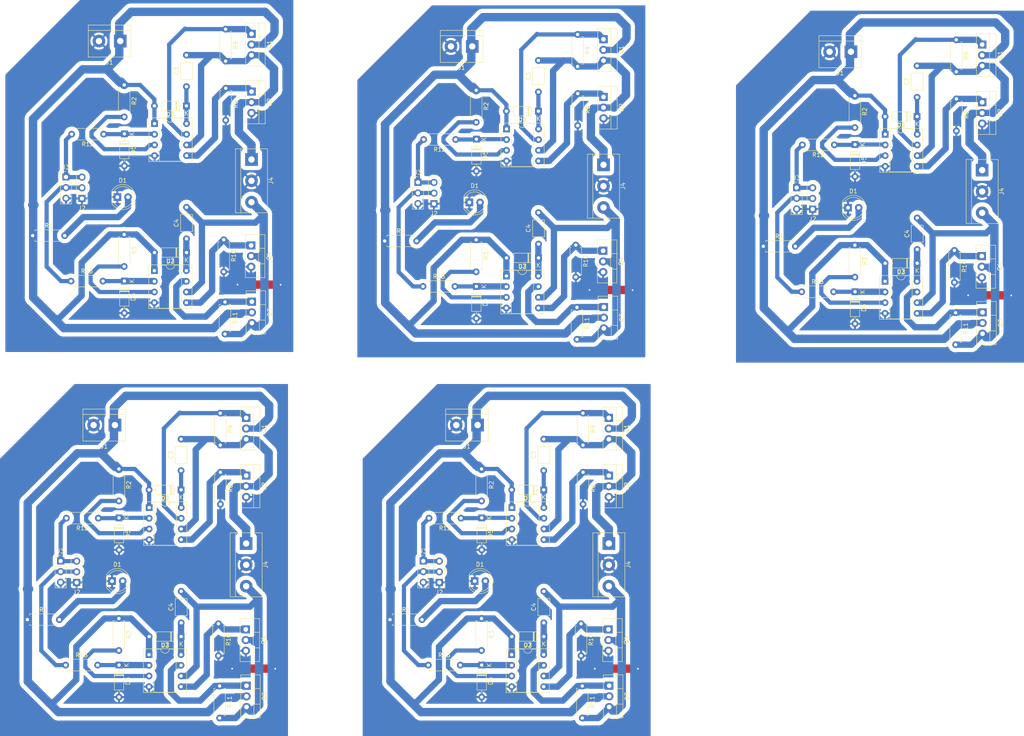
<source format=kicad_pcb>
(kicad_pcb (version 20171130) (host pcbnew "(5.0.1)-3")
  (layers (0 F.Cu signal) (31 B.Cu signal) (34 B.Paste user) (35 F.Paste user) (36 B.SilkS user) (37 F.SilkS user) (38 B.Mask user) (39 F.Mask user) (44 Edge.Cuts user))
  (net 0 "")
  (net 1 "Net-(C3-Pad2)")
  (net 2 "Net-(C3-Pad1)")
  (net 3 "Net-(C4-Pad1)")
  (net 4 "Net-(C4-Pad2)")
  (net 5 GND)
  (net 6 "Net-(D1-Pad2)")
  (net 7 VCC)
  (net 8 "Net-(D4-Pad1)")
  (net 9 "Net-(D5-Pad1)")
  (net 10 "Net-(J2-Pad2)")
  (net 11 "Net-(J2-Pad3)")
  (net 12 "Net-(Q1-Pad1)")
  (net 13 "Net-(Q2-Pad1)")
  (net 14 "Net-(Q3-Pad1)")
  (net 15 "Net-(Q4-Pad1)")
  (net 16 "Net-(R2-Pad2)")
  (net 17 "Net-(R3-Pad2)")
  (module LED_THT:LED_D5.0mm (layer F.Cu) (at 132.09 157.42)
    (fp_text reference D1 (at 1.27 -3.96) (layer F.SilkS))
    (fp_text value LED)
    (pad 2 thru_hole circle (at 2.54 0) (size 1.8 1.8) (drill 0.9) (layers *.Cu *.Mask))
    (pad 1 thru_hole rect (at 0 0) (size 1.8 1.8) (drill 0.9) (layers *.Cu *.Mask))
  )
  (module Capacitor_THT:C_Axial_L3.8mm_D2.6mm_P7.50mm_Horizontal (layer F.Cu) (at 148.56 167.35 90)
    (fp_text reference C4 (at 3.75 -2.42 90) (layer F.SilkS))
    (fp_text value CP1)
    (pad 2 thru_hole oval (at 7.5 0 90) (size 1.6 1.6) (drill 0.8) (layers *.Cu *.Mask))
    (pad 1 thru_hole circle (at 0 0 90) (size 1.6 1.6) (drill 0.8) (layers *.Cu *.Mask))
  )
  (module Capacitor_THT:C_Axial_L3.8mm_D2.6mm_P7.50mm_Horizontal (layer F.Cu) (at 148.53 131.12 90)
    (fp_text reference C3 (at 3.75 -2.42 90) (layer F.SilkS))
    (fp_text value CP1)
    (pad 1 thru_hole circle (at 0 0 90) (size 1.6 1.6) (drill 0.8) (layers *.Cu *.Mask))
    (pad 2 thru_hole oval (at 7.5 0 90) (size 1.6 1.6) (drill 0.8) (layers *.Cu *.Mask))
  )
  (module Diode_THT:D_DO-35_SOD27_P7.62mm_Horizontal (layer F.Cu) (at 133.76 142.36 270)
    (fp_text reference D5 (at 3.81 -2.12 270) (layer F.SilkS))
    (fp_text value D_Zener)
    (fp_text user K (at 0 -1.8 270) (layer F.SilkS))
    (pad 1 thru_hole rect (at 0 0 270) (size 1.6 1.6) (drill 0.8) (layers *.Cu *.Mask))
    (pad 2 thru_hole oval (at 7.62 0 270) (size 1.6 1.6) (drill 0.8) (layers *.Cu *.Mask))
  )
  (module Diode_THT:D_DO-35_SOD27_P7.62mm_Horizontal (layer F.Cu) (at 148.55 170.63 180)
    (fp_text reference D3 (at 3.81 -2.12 180) (layer F.SilkS))
    (fp_text value 1N4148)
    (fp_text user K (at 0 -1.8 180) (layer F.SilkS))
    (pad 1 thru_hole rect (at 0 0 180) (size 1.6 1.6) (drill 0.8) (layers *.Cu *.Mask))
    (pad 2 thru_hole oval (at 7.62 0 180) (size 1.6 1.6) (drill 0.8) (layers *.Cu *.Mask))
  )
  (module Diode_THT:D_DO-35_SOD27_P7.62mm_Horizontal (layer F.Cu) (at 148.53 135.7 180)
    (fp_text reference D2 (at 3.81 -2.12 180) (layer F.SilkS))
    (fp_text value 1N4148)
    (fp_text user K (at 0 -1.8 180) (layer F.SilkS))
    (pad 2 thru_hole oval (at 7.62 0 180) (size 1.6 1.6) (drill 0.8) (layers *.Cu *.Mask))
    (pad 1 thru_hole rect (at 0 0 180) (size 1.6 1.6) (drill 0.8) (layers *.Cu *.Mask))
  )
  (module Diode_THT:D_DO-35_SOD27_P7.62mm_Horizontal (layer F.Cu) (at 133.75 177.42 270)
    (fp_text reference D4 (at 3.81 -2.12 270) (layer F.SilkS))
    (fp_text value D_Zener)
    (fp_text user K (at 0 -1.8 270) (layer F.SilkS))
    (pad 2 thru_hole oval (at 7.62 0 270) (size 1.6 1.6) (drill 0.8) (layers *.Cu *.Mask))
    (pad 1 thru_hole rect (at 0 0 270) (size 1.6 1.6) (drill 0.8) (layers *.Cu *.Mask))
  )
  (module TerminalBlock:TerminalBlock_bornier-3_P5.08mm (layer F.Cu) (at 164.03 148.47 270)
    (fp_text reference J4 (at 5.05 -4.65 270) (layer F.SilkS))
    (fp_text value Screw_Terminal_01x03)
    (pad 3 thru_hole circle (at 10.16 0 270) (size 3 3) (drill 1.52) (layers *.Cu *.Mask))
    (pad 2 thru_hole circle (at 5.08 0 270) (size 3 3) (drill 1.52) (layers *.Cu *.Mask))
    (pad 1 thru_hole rect (at 0 0 270) (size 3 3) (drill 1.52) (layers *.Cu *.Mask))
  )
  (module Connector_PinHeader_2.54mm:PinHeader_1x03_P2.54mm_Vertical (layer F.Cu) (at 119.85 152.63)
    (fp_text reference J3 (at 0 -2.33) (layer F.SilkS))
    (fp_text value Conn_01x03_Male)
    (pad 1 thru_hole rect (at 0 0) (size 1.7 1.7) (drill 1) (layers *.Cu *.Mask))
    (pad 2 thru_hole oval (at 0 2.54) (size 1.7 1.7) (drill 1) (layers *.Cu *.Mask))
    (pad 3 thru_hole oval (at 0 5.08) (size 1.7 1.7) (drill 1) (layers *.Cu *.Mask))
  )
  (module Resistor_THT:R_Axial_DIN0207_L6.3mm_D2.5mm_P7.62mm_Horizontal (layer F.Cu) (at 157.86 117.43 270)
    (fp_text reference R9 (at 3.81 -2.37 270) (layer F.SilkS))
    (fp_text value 1k)
    (pad 1 thru_hole circle (at 0 0 270) (size 1.6 1.6) (drill 0.8) (layers *.Cu *.Mask))
    (pad 2 thru_hole oval (at 7.62 0 270) (size 1.6 1.6) (drill 0.8) (layers *.Cu *.Mask))
  )
  (module Package_DIP:DIP-8_W7.62mm_Socket (layer F.Cu) (at 140.94 139.93)
    (fp_text reference U1 (at 3.81 -2.33) (layer F.SilkS))
    (fp_text value IR2104)
    (pad 8 thru_hole oval (at 7.62 0) (size 1.6 1.6) (drill 0.8) (layers *.Cu *.Mask))
    (pad 4 thru_hole oval (at 0 7.62) (size 1.6 1.6) (drill 0.8) (layers *.Cu *.Mask))
    (pad 7 thru_hole oval (at 7.62 2.54) (size 1.6 1.6) (drill 0.8) (layers *.Cu *.Mask))
    (pad 3 thru_hole oval (at 0 5.08) (size 1.6 1.6) (drill 0.8) (layers *.Cu *.Mask))
    (pad 6 thru_hole oval (at 7.62 5.08) (size 1.6 1.6) (drill 0.8) (layers *.Cu *.Mask))
    (pad 2 thru_hole oval (at 0 2.54) (size 1.6 1.6) (drill 0.8) (layers *.Cu *.Mask))
    (pad 5 thru_hole oval (at 7.62 7.62) (size 1.6 1.6) (drill 0.8) (layers *.Cu *.Mask))
    (pad 1 thru_hole rect (at 0 0) (size 1.6 1.6) (drill 0.8) (layers *.Cu *.Mask))
  )
  (module Resistor_THT:R_Axial_DIN0207_L6.3mm_D2.5mm_P7.62mm_Horizontal (layer F.Cu) (at 121.04 177.43)
    (fp_text reference R13 (at 3.81 -2.37) (layer F.SilkS))
    (fp_text value 1k)
    (pad 2 thru_hole oval (at 7.62 0) (size 1.6 1.6) (drill 0.8) (layers *.Cu *.Mask))
    (pad 1 thru_hole circle (at 0 0) (size 1.6 1.6) (drill 0.8) (layers *.Cu *.Mask))
  )
  (module Resistor_THT:R_Axial_DIN0207_L6.3mm_D2.5mm_P7.62mm_Horizontal (layer F.Cu) (at 111.92 166.6)
    (fp_text reference R1 (at 3.81 -2.37) (layer F.SilkS))
    (fp_text value 5k)
    (pad 2 thru_hole oval (at 7.62 0) (size 1.6 1.6) (drill 0.8) (layers *.Cu *.Mask))
    (pad 1 thru_hole circle (at 0 0) (size 1.6 1.6) (drill 0.8) (layers *.Cu *.Mask))
  )
  (module Resistor_THT:R_Axial_DIN0207_L6.3mm_D2.5mm_P7.62mm_Horizontal (layer F.Cu) (at 157.89 131.5 270)
    (fp_text reference R8 (at 3.81 -2.37 270) (layer F.SilkS))
    (fp_text value 1k)
    (pad 2 thru_hole oval (at 7.62 0 270) (size 1.6 1.6) (drill 0.8) (layers *.Cu *.Mask))
    (pad 1 thru_hole circle (at 0 0 270) (size 1.6 1.6) (drill 0.8) (layers *.Cu *.Mask))
  )
  (module Package_TO_SOT_THT:TO-220-3_Vertical (layer F.Cu) (at 164.03 132.3 270)
    (fp_text reference Q2 (at 2.54 -4.27 270) (layer F.SilkS))
    (fp_text value IRF3205)
    (pad 3 thru_hole oval (at 5.08 0 270) (size 1.905 2) (drill 1.1) (layers *.Cu *.Mask))
    (pad 2 thru_hole oval (at 2.54 0 270) (size 1.905 2) (drill 1.1) (layers *.Cu *.Mask))
    (pad 1 thru_hole rect (at 0 0 270) (size 1.905 2) (drill 1.1) (layers *.Cu *.Mask))
  )
  (module Connector_PinHeader_2.54mm:PinHeader_1x03_P2.54mm_Vertical (layer F.Cu) (at 123.66 157.75 180)
    (fp_text reference J2 (at 0 -2.33 180) (layer F.SilkS))
    (fp_text value Conn_01x03_Female)
    (pad 3 thru_hole oval (at 0 5.08 180) (size 1.7 1.7) (drill 1) (layers *.Cu *.Mask))
    (pad 2 thru_hole oval (at 0 2.54 180) (size 1.7 1.7) (drill 1) (layers *.Cu *.Mask))
    (pad 1 thru_hole rect (at 0 0 180) (size 1.7 1.7) (drill 1) (layers *.Cu *.Mask))
  )
  (module Resistor_THT:R_Axial_DIN0207_L6.3mm_D2.5mm_P7.62mm_Horizontal (layer F.Cu) (at 128.83 142.44 180)
    (fp_text reference R12 (at 3.81 -2.37 180) (layer F.SilkS))
    (fp_text value 1k)
    (pad 2 thru_hole oval (at 7.62 0 180) (size 1.6 1.6) (drill 0.8) (layers *.Cu *.Mask))
    (pad 1 thru_hole circle (at 0 0 180) (size 1.6 1.6) (drill 0.8) (layers *.Cu *.Mask))
  )
  (module Resistor_THT:R_Axial_DIN0207_L6.3mm_D2.5mm_P7.62mm_Horizontal (layer F.Cu) (at 157.71 182.41 270)
    (fp_text reference R11 (at 3.81 -2.37 270) (layer F.SilkS))
    (fp_text value 1k)
    (pad 1 thru_hole circle (at 0 0 270) (size 1.6 1.6) (drill 0.8) (layers *.Cu *.Mask))
    (pad 2 thru_hole oval (at 7.62 0 270) (size 1.6 1.6) (drill 0.8) (layers *.Cu *.Mask))
  )
  (module Resistor_THT:R_Axial_DIN0207_L6.3mm_D2.5mm_P7.62mm_Horizontal (layer F.Cu) (at 157.42 167.58 270)
    (fp_text reference R10 (at 3.81 -2.37 270) (layer F.SilkS))
    (fp_text value 1k)
    (pad 2 thru_hole oval (at 7.62 0 270) (size 1.6 1.6) (drill 0.8) (layers *.Cu *.Mask))
    (pad 1 thru_hole circle (at 0 0 270) (size 1.6 1.6) (drill 0.8) (layers *.Cu *.Mask))
  )
  (module Resistor_THT:R_Axial_DIN0207_L6.3mm_D2.5mm_P7.62mm_Horizontal (layer F.Cu) (at 133.71 166.33 270)
    (fp_text reference R3 (at 3.81 -2.37 270) (layer F.SilkS))
    (fp_text value 10k)
    (pad 1 thru_hole circle (at 0 0 270) (size 1.6 1.6) (drill 0.8) (layers *.Cu *.Mask))
    (pad 2 thru_hole oval (at 7.62 0 270) (size 1.6 1.6) (drill 0.8) (layers *.Cu *.Mask))
  )
  (module Package_TO_SOT_THT:TO-220-3_Vertical (layer F.Cu) (at 164.03 118.56 270)
    (fp_text reference Q1 (at 2.54 -4.27 270) (layer F.SilkS))
    (fp_text value IRF3205)
    (pad 1 thru_hole rect (at 0 0 270) (size 1.905 2) (drill 1.1) (layers *.Cu *.Mask))
    (pad 2 thru_hole oval (at 2.54 0 270) (size 1.905 2) (drill 1.1) (layers *.Cu *.Mask))
    (pad 3 thru_hole oval (at 5.08 0 270) (size 1.905 2) (drill 1.1) (layers *.Cu *.Mask))
  )
  (module Package_TO_SOT_THT:TO-220-3_Vertical (layer F.Cu) (at 163.94 168.93 270)
    (fp_text reference Q4 (at 2.54 -4.27 270) (layer F.SilkS))
    (fp_text value IRF3205)
    (pad 3 thru_hole oval (at 5.08 0 270) (size 1.905 2) (drill 1.1) (layers *.Cu *.Mask))
    (pad 2 thru_hole oval (at 2.54 0 270) (size 1.905 2) (drill 1.1) (layers *.Cu *.Mask))
    (pad 1 thru_hole rect (at 0 0 270) (size 1.905 2) (drill 1.1) (layers *.Cu *.Mask))
  )
  (module Resistor_THT:R_Axial_DIN0207_L6.3mm_D2.5mm_P7.62mm_Horizontal (layer F.Cu) (at 133.72 130.72 270)
    (fp_text reference R2 (at 3.81 -2.37 270) (layer F.SilkS))
    (fp_text value 10k)
    (pad 1 thru_hole circle (at 0 0 270) (size 1.6 1.6) (drill 0.8) (layers *.Cu *.Mask))
    (pad 2 thru_hole oval (at 7.62 0 270) (size 1.6 1.6) (drill 0.8) (layers *.Cu *.Mask))
  )
  (module TerminalBlock:TerminalBlock_bornier-2_P5.08mm (layer F.Cu) (at 132.7785 120.269 180)
    (fp_text reference J1 (at 2.54 -5.08 180) (layer F.SilkS))
    (fp_text value Screw_Terminal_01x02)
    (pad 2 thru_hole circle (at 5.08 0 180) (size 3 3) (drill 1.52) (layers *.Cu *.Mask))
    (pad 1 thru_hole rect (at 0 0 180) (size 3 3) (drill 1.52) (layers *.Cu *.Mask))
  )
  (module Package_TO_SOT_THT:TO-220-3_Vertical (layer F.Cu) (at 164.11 182.33 270)
    (fp_text reference Q3 (at 2.54 -4.27 270) (layer F.SilkS))
    (fp_text value IRF3205)
    (pad 1 thru_hole rect (at 0 0 270) (size 1.905 2) (drill 1.1) (layers *.Cu *.Mask))
    (pad 2 thru_hole oval (at 2.54 0 270) (size 1.905 2) (drill 1.1) (layers *.Cu *.Mask))
    (pad 3 thru_hole oval (at 5.08 0 270) (size 1.905 2) (drill 1.1) (layers *.Cu *.Mask))
  )
  (module Package_DIP:DIP-8_W7.62mm_Socket (layer F.Cu) (at 140.9 174.94)
    (fp_text reference U2 (at 3.81 -2.33) (layer F.SilkS))
    (fp_text value IR2104)
    (pad 1 thru_hole rect (at 0 0) (size 1.6 1.6) (drill 0.8) (layers *.Cu *.Mask))
    (pad 5 thru_hole oval (at 7.62 7.62) (size 1.6 1.6) (drill 0.8) (layers *.Cu *.Mask))
    (pad 2 thru_hole oval (at 0 2.54) (size 1.6 1.6) (drill 0.8) (layers *.Cu *.Mask))
    (pad 6 thru_hole oval (at 7.62 5.08) (size 1.6 1.6) (drill 0.8) (layers *.Cu *.Mask))
    (pad 3 thru_hole oval (at 0 5.08) (size 1.6 1.6) (drill 0.8) (layers *.Cu *.Mask))
    (pad 7 thru_hole oval (at 7.62 2.54) (size 1.6 1.6) (drill 0.8) (layers *.Cu *.Mask))
    (pad 4 thru_hole oval (at 0 7.62) (size 1.6 1.6) (drill 0.8) (layers *.Cu *.Mask))
    (pad 8 thru_hole oval (at 7.62 0) (size 1.6 1.6) (drill 0.8) (layers *.Cu *.Mask))
  )
  (module LED_THT:LED_D5.0mm (layer F.Cu) (at 45.73 157.42)
    (fp_text reference D1 (at 1.27 -3.96) (layer F.SilkS))
    (fp_text value LED)
    (pad 2 thru_hole circle (at 2.54 0) (size 1.8 1.8) (drill 0.9) (layers *.Cu *.Mask))
    (pad 1 thru_hole rect (at 0 0) (size 1.8 1.8) (drill 0.9) (layers *.Cu *.Mask))
  )
  (module Capacitor_THT:C_Axial_L3.8mm_D2.6mm_P7.50mm_Horizontal (layer F.Cu) (at 62.2 167.35 90)
    (fp_text reference C4 (at 3.75 -2.42 90) (layer F.SilkS))
    (fp_text value CP1)
    (pad 2 thru_hole oval (at 7.5 0 90) (size 1.6 1.6) (drill 0.8) (layers *.Cu *.Mask))
    (pad 1 thru_hole circle (at 0 0 90) (size 1.6 1.6) (drill 0.8) (layers *.Cu *.Mask))
  )
  (module Capacitor_THT:C_Axial_L3.8mm_D2.6mm_P7.50mm_Horizontal (layer F.Cu) (at 62.17 131.12 90)
    (fp_text reference C3 (at 3.75 -2.42 90) (layer F.SilkS))
    (fp_text value CP1)
    (pad 1 thru_hole circle (at 0 0 90) (size 1.6 1.6) (drill 0.8) (layers *.Cu *.Mask))
    (pad 2 thru_hole oval (at 7.5 0 90) (size 1.6 1.6) (drill 0.8) (layers *.Cu *.Mask))
  )
  (module Diode_THT:D_DO-35_SOD27_P7.62mm_Horizontal (layer F.Cu) (at 47.4 142.36 270)
    (fp_text reference D5 (at 3.81 -2.12 270) (layer F.SilkS))
    (fp_text value D_Zener)
    (fp_text user K (at 0 -1.8 270) (layer F.SilkS))
    (pad 1 thru_hole rect (at 0 0 270) (size 1.6 1.6) (drill 0.8) (layers *.Cu *.Mask))
    (pad 2 thru_hole oval (at 7.62 0 270) (size 1.6 1.6) (drill 0.8) (layers *.Cu *.Mask))
  )
  (module Diode_THT:D_DO-35_SOD27_P7.62mm_Horizontal (layer F.Cu) (at 62.19 170.63 180)
    (fp_text reference D3 (at 3.81 -2.12 180) (layer F.SilkS))
    (fp_text value 1N4148)
    (fp_text user K (at 0 -1.8 180) (layer F.SilkS))
    (pad 1 thru_hole rect (at 0 0 180) (size 1.6 1.6) (drill 0.8) (layers *.Cu *.Mask))
    (pad 2 thru_hole oval (at 7.62 0 180) (size 1.6 1.6) (drill 0.8) (layers *.Cu *.Mask))
  )
  (module Diode_THT:D_DO-35_SOD27_P7.62mm_Horizontal (layer F.Cu) (at 62.17 135.7 180)
    (fp_text reference D2 (at 3.81 -2.12 180) (layer F.SilkS))
    (fp_text value 1N4148)
    (fp_text user K (at 0 -1.8 180) (layer F.SilkS))
    (pad 2 thru_hole oval (at 7.62 0 180) (size 1.6 1.6) (drill 0.8) (layers *.Cu *.Mask))
    (pad 1 thru_hole rect (at 0 0 180) (size 1.6 1.6) (drill 0.8) (layers *.Cu *.Mask))
  )
  (module Diode_THT:D_DO-35_SOD27_P7.62mm_Horizontal (layer F.Cu) (at 47.39 177.42 270)
    (fp_text reference D4 (at 3.81 -2.12 270) (layer F.SilkS))
    (fp_text value D_Zener)
    (fp_text user K (at 0 -1.8 270) (layer F.SilkS))
    (pad 2 thru_hole oval (at 7.62 0 270) (size 1.6 1.6) (drill 0.8) (layers *.Cu *.Mask))
    (pad 1 thru_hole rect (at 0 0 270) (size 1.6 1.6) (drill 0.8) (layers *.Cu *.Mask))
  )
  (module TerminalBlock:TerminalBlock_bornier-3_P5.08mm (layer F.Cu) (at 77.67 148.47 270)
    (fp_text reference J4 (at 5.05 -4.65 270) (layer F.SilkS))
    (fp_text value Screw_Terminal_01x03)
    (pad 3 thru_hole circle (at 10.16 0 270) (size 3 3) (drill 1.52) (layers *.Cu *.Mask))
    (pad 2 thru_hole circle (at 5.08 0 270) (size 3 3) (drill 1.52) (layers *.Cu *.Mask))
    (pad 1 thru_hole rect (at 0 0 270) (size 3 3) (drill 1.52) (layers *.Cu *.Mask))
  )
  (module Connector_PinHeader_2.54mm:PinHeader_1x03_P2.54mm_Vertical (layer F.Cu) (at 33.49 152.63)
    (fp_text reference J3 (at 0 -2.33) (layer F.SilkS))
    (fp_text value Conn_01x03_Male)
    (pad 1 thru_hole rect (at 0 0) (size 1.7 1.7) (drill 1) (layers *.Cu *.Mask))
    (pad 2 thru_hole oval (at 0 2.54) (size 1.7 1.7) (drill 1) (layers *.Cu *.Mask))
    (pad 3 thru_hole oval (at 0 5.08) (size 1.7 1.7) (drill 1) (layers *.Cu *.Mask))
  )
  (module Resistor_THT:R_Axial_DIN0207_L6.3mm_D2.5mm_P7.62mm_Horizontal (layer F.Cu) (at 71.5 117.43 270)
    (fp_text reference R9 (at 3.81 -2.37 270) (layer F.SilkS))
    (fp_text value 1k)
    (pad 1 thru_hole circle (at 0 0 270) (size 1.6 1.6) (drill 0.8) (layers *.Cu *.Mask))
    (pad 2 thru_hole oval (at 7.62 0 270) (size 1.6 1.6) (drill 0.8) (layers *.Cu *.Mask))
  )
  (module Package_DIP:DIP-8_W7.62mm_Socket (layer F.Cu) (at 54.58 139.93)
    (fp_text reference U1 (at 3.81 -2.33) (layer F.SilkS))
    (fp_text value IR2104)
    (pad 8 thru_hole oval (at 7.62 0) (size 1.6 1.6) (drill 0.8) (layers *.Cu *.Mask))
    (pad 4 thru_hole oval (at 0 7.62) (size 1.6 1.6) (drill 0.8) (layers *.Cu *.Mask))
    (pad 7 thru_hole oval (at 7.62 2.54) (size 1.6 1.6) (drill 0.8) (layers *.Cu *.Mask))
    (pad 3 thru_hole oval (at 0 5.08) (size 1.6 1.6) (drill 0.8) (layers *.Cu *.Mask))
    (pad 6 thru_hole oval (at 7.62 5.08) (size 1.6 1.6) (drill 0.8) (layers *.Cu *.Mask))
    (pad 2 thru_hole oval (at 0 2.54) (size 1.6 1.6) (drill 0.8) (layers *.Cu *.Mask))
    (pad 5 thru_hole oval (at 7.62 7.62) (size 1.6 1.6) (drill 0.8) (layers *.Cu *.Mask))
    (pad 1 thru_hole rect (at 0 0) (size 1.6 1.6) (drill 0.8) (layers *.Cu *.Mask))
  )
  (module Resistor_THT:R_Axial_DIN0207_L6.3mm_D2.5mm_P7.62mm_Horizontal (layer F.Cu) (at 34.68 177.43)
    (fp_text reference R13 (at 3.81 -2.37) (layer F.SilkS))
    (fp_text value 1k)
    (pad 2 thru_hole oval (at 7.62 0) (size 1.6 1.6) (drill 0.8) (layers *.Cu *.Mask))
    (pad 1 thru_hole circle (at 0 0) (size 1.6 1.6) (drill 0.8) (layers *.Cu *.Mask))
  )
  (module Resistor_THT:R_Axial_DIN0207_L6.3mm_D2.5mm_P7.62mm_Horizontal (layer F.Cu) (at 25.56 166.6)
    (fp_text reference R1 (at 3.81 -2.37) (layer F.SilkS))
    (fp_text value 5k)
    (pad 2 thru_hole oval (at 7.62 0) (size 1.6 1.6) (drill 0.8) (layers *.Cu *.Mask))
    (pad 1 thru_hole circle (at 0 0) (size 1.6 1.6) (drill 0.8) (layers *.Cu *.Mask))
  )
  (module Resistor_THT:R_Axial_DIN0207_L6.3mm_D2.5mm_P7.62mm_Horizontal (layer F.Cu) (at 71.53 131.5 270)
    (fp_text reference R8 (at 3.81 -2.37 270) (layer F.SilkS))
    (fp_text value 1k)
    (pad 2 thru_hole oval (at 7.62 0 270) (size 1.6 1.6) (drill 0.8) (layers *.Cu *.Mask))
    (pad 1 thru_hole circle (at 0 0 270) (size 1.6 1.6) (drill 0.8) (layers *.Cu *.Mask))
  )
  (module Package_TO_SOT_THT:TO-220-3_Vertical (layer F.Cu) (at 77.67 132.3 270)
    (fp_text reference Q2 (at 2.54 -4.27 270) (layer F.SilkS))
    (fp_text value IRF3205)
    (pad 3 thru_hole oval (at 5.08 0 270) (size 1.905 2) (drill 1.1) (layers *.Cu *.Mask))
    (pad 2 thru_hole oval (at 2.54 0 270) (size 1.905 2) (drill 1.1) (layers *.Cu *.Mask))
    (pad 1 thru_hole rect (at 0 0 270) (size 1.905 2) (drill 1.1) (layers *.Cu *.Mask))
  )
  (module Connector_PinHeader_2.54mm:PinHeader_1x03_P2.54mm_Vertical (layer F.Cu) (at 37.3 157.75 180)
    (fp_text reference J2 (at 0 -2.33 180) (layer F.SilkS))
    (fp_text value Conn_01x03_Female)
    (pad 3 thru_hole oval (at 0 5.08 180) (size 1.7 1.7) (drill 1) (layers *.Cu *.Mask))
    (pad 2 thru_hole oval (at 0 2.54 180) (size 1.7 1.7) (drill 1) (layers *.Cu *.Mask))
    (pad 1 thru_hole rect (at 0 0 180) (size 1.7 1.7) (drill 1) (layers *.Cu *.Mask))
  )
  (module Resistor_THT:R_Axial_DIN0207_L6.3mm_D2.5mm_P7.62mm_Horizontal (layer F.Cu) (at 42.47 142.44 180)
    (fp_text reference R12 (at 3.81 -2.37 180) (layer F.SilkS))
    (fp_text value 1k)
    (pad 2 thru_hole oval (at 7.62 0 180) (size 1.6 1.6) (drill 0.8) (layers *.Cu *.Mask))
    (pad 1 thru_hole circle (at 0 0 180) (size 1.6 1.6) (drill 0.8) (layers *.Cu *.Mask))
  )
  (module Resistor_THT:R_Axial_DIN0207_L6.3mm_D2.5mm_P7.62mm_Horizontal (layer F.Cu) (at 71.35 182.41 270)
    (fp_text reference R11 (at 3.81 -2.37 270) (layer F.SilkS))
    (fp_text value 1k)
    (pad 1 thru_hole circle (at 0 0 270) (size 1.6 1.6) (drill 0.8) (layers *.Cu *.Mask))
    (pad 2 thru_hole oval (at 7.62 0 270) (size 1.6 1.6) (drill 0.8) (layers *.Cu *.Mask))
  )
  (module Resistor_THT:R_Axial_DIN0207_L6.3mm_D2.5mm_P7.62mm_Horizontal (layer F.Cu) (at 71.06 167.58 270)
    (fp_text reference R10 (at 3.81 -2.37 270) (layer F.SilkS))
    (fp_text value 1k)
    (pad 2 thru_hole oval (at 7.62 0 270) (size 1.6 1.6) (drill 0.8) (layers *.Cu *.Mask))
    (pad 1 thru_hole circle (at 0 0 270) (size 1.6 1.6) (drill 0.8) (layers *.Cu *.Mask))
  )
  (module Resistor_THT:R_Axial_DIN0207_L6.3mm_D2.5mm_P7.62mm_Horizontal (layer F.Cu) (at 47.35 166.33 270)
    (fp_text reference R3 (at 3.81 -2.37 270) (layer F.SilkS))
    (fp_text value 10k)
    (pad 1 thru_hole circle (at 0 0 270) (size 1.6 1.6) (drill 0.8) (layers *.Cu *.Mask))
    (pad 2 thru_hole oval (at 7.62 0 270) (size 1.6 1.6) (drill 0.8) (layers *.Cu *.Mask))
  )
  (module Package_TO_SOT_THT:TO-220-3_Vertical (layer F.Cu) (at 77.67 118.56 270)
    (fp_text reference Q1 (at 2.54 -4.27 270) (layer F.SilkS))
    (fp_text value IRF3205)
    (pad 1 thru_hole rect (at 0 0 270) (size 1.905 2) (drill 1.1) (layers *.Cu *.Mask))
    (pad 2 thru_hole oval (at 2.54 0 270) (size 1.905 2) (drill 1.1) (layers *.Cu *.Mask))
    (pad 3 thru_hole oval (at 5.08 0 270) (size 1.905 2) (drill 1.1) (layers *.Cu *.Mask))
  )
  (module Package_TO_SOT_THT:TO-220-3_Vertical (layer F.Cu) (at 77.58 168.93 270)
    (fp_text reference Q4 (at 2.54 -4.27 270) (layer F.SilkS))
    (fp_text value IRF3205)
    (pad 3 thru_hole oval (at 5.08 0 270) (size 1.905 2) (drill 1.1) (layers *.Cu *.Mask))
    (pad 2 thru_hole oval (at 2.54 0 270) (size 1.905 2) (drill 1.1) (layers *.Cu *.Mask))
    (pad 1 thru_hole rect (at 0 0 270) (size 1.905 2) (drill 1.1) (layers *.Cu *.Mask))
  )
  (module Resistor_THT:R_Axial_DIN0207_L6.3mm_D2.5mm_P7.62mm_Horizontal (layer F.Cu) (at 47.36 130.72 270)
    (fp_text reference R2 (at 3.81 -2.37 270) (layer F.SilkS))
    (fp_text value 10k)
    (pad 1 thru_hole circle (at 0 0 270) (size 1.6 1.6) (drill 0.8) (layers *.Cu *.Mask))
    (pad 2 thru_hole oval (at 7.62 0 270) (size 1.6 1.6) (drill 0.8) (layers *.Cu *.Mask))
  )
  (module TerminalBlock:TerminalBlock_bornier-2_P5.08mm (layer F.Cu) (at 46.4185 120.269 180)
    (fp_text reference J1 (at 2.54 -5.08 180) (layer F.SilkS))
    (fp_text value Screw_Terminal_01x02)
    (pad 2 thru_hole circle (at 5.08 0 180) (size 3 3) (drill 1.52) (layers *.Cu *.Mask))
    (pad 1 thru_hole rect (at 0 0 180) (size 3 3) (drill 1.52) (layers *.Cu *.Mask))
  )
  (module Package_TO_SOT_THT:TO-220-3_Vertical (layer F.Cu) (at 77.75 182.33 270)
    (fp_text reference Q3 (at 2.54 -4.27 270) (layer F.SilkS))
    (fp_text value IRF3205)
    (pad 1 thru_hole rect (at 0 0 270) (size 1.905 2) (drill 1.1) (layers *.Cu *.Mask))
    (pad 2 thru_hole oval (at 2.54 0 270) (size 1.905 2) (drill 1.1) (layers *.Cu *.Mask))
    (pad 3 thru_hole oval (at 5.08 0 270) (size 1.905 2) (drill 1.1) (layers *.Cu *.Mask))
  )
  (module Package_DIP:DIP-8_W7.62mm_Socket (layer F.Cu) (at 54.54 174.94)
    (fp_text reference U2 (at 3.81 -2.33) (layer F.SilkS))
    (fp_text value IR2104)
    (pad 1 thru_hole rect (at 0 0) (size 1.6 1.6) (drill 0.8) (layers *.Cu *.Mask))
    (pad 5 thru_hole oval (at 7.62 7.62) (size 1.6 1.6) (drill 0.8) (layers *.Cu *.Mask))
    (pad 2 thru_hole oval (at 0 2.54) (size 1.6 1.6) (drill 0.8) (layers *.Cu *.Mask))
    (pad 6 thru_hole oval (at 7.62 5.08) (size 1.6 1.6) (drill 0.8) (layers *.Cu *.Mask))
    (pad 3 thru_hole oval (at 0 5.08) (size 1.6 1.6) (drill 0.8) (layers *.Cu *.Mask))
    (pad 7 thru_hole oval (at 7.62 2.54) (size 1.6 1.6) (drill 0.8) (layers *.Cu *.Mask))
    (pad 4 thru_hole oval (at 0 7.62) (size 1.6 1.6) (drill 0.8) (layers *.Cu *.Mask))
    (pad 8 thru_hole oval (at 7.62 0) (size 1.6 1.6) (drill 0.8) (layers *.Cu *.Mask))
  )
  (module LED_THT:LED_D5.0mm (layer F.Cu) (at 220.99 68.52)
    (fp_text reference D1 (at 1.27 -3.96) (layer F.SilkS))
    (fp_text value LED)
    (pad 2 thru_hole circle (at 2.54 0) (size 1.8 1.8) (drill 0.9) (layers *.Cu *.Mask))
    (pad 1 thru_hole rect (at 0 0) (size 1.8 1.8) (drill 0.9) (layers *.Cu *.Mask))
  )
  (module Capacitor_THT:C_Axial_L3.8mm_D2.6mm_P7.50mm_Horizontal (layer F.Cu) (at 237.46 78.45 90)
    (fp_text reference C4 (at 3.75 -2.42 90) (layer F.SilkS))
    (fp_text value CP1)
    (pad 2 thru_hole oval (at 7.5 0 90) (size 1.6 1.6) (drill 0.8) (layers *.Cu *.Mask))
    (pad 1 thru_hole circle (at 0 0 90) (size 1.6 1.6) (drill 0.8) (layers *.Cu *.Mask))
  )
  (module Capacitor_THT:C_Axial_L3.8mm_D2.6mm_P7.50mm_Horizontal (layer F.Cu) (at 237.43 42.22 90)
    (fp_text reference C3 (at 3.75 -2.42 90) (layer F.SilkS))
    (fp_text value CP1)
    (pad 1 thru_hole circle (at 0 0 90) (size 1.6 1.6) (drill 0.8) (layers *.Cu *.Mask))
    (pad 2 thru_hole oval (at 7.5 0 90) (size 1.6 1.6) (drill 0.8) (layers *.Cu *.Mask))
  )
  (module Diode_THT:D_DO-35_SOD27_P7.62mm_Horizontal (layer F.Cu) (at 222.66 53.46 270)
    (fp_text reference D5 (at 3.81 -2.12 270) (layer F.SilkS))
    (fp_text value D_Zener)
    (fp_text user K (at 0 -1.8 270) (layer F.SilkS))
    (pad 1 thru_hole rect (at 0 0 270) (size 1.6 1.6) (drill 0.8) (layers *.Cu *.Mask))
    (pad 2 thru_hole oval (at 7.62 0 270) (size 1.6 1.6) (drill 0.8) (layers *.Cu *.Mask))
  )
  (module Diode_THT:D_DO-35_SOD27_P7.62mm_Horizontal (layer F.Cu) (at 237.45 81.73 180)
    (fp_text reference D3 (at 3.81 -2.12 180) (layer F.SilkS))
    (fp_text value 1N4148)
    (fp_text user K (at 0 -1.8 180) (layer F.SilkS))
    (pad 1 thru_hole rect (at 0 0 180) (size 1.6 1.6) (drill 0.8) (layers *.Cu *.Mask))
    (pad 2 thru_hole oval (at 7.62 0 180) (size 1.6 1.6) (drill 0.8) (layers *.Cu *.Mask))
  )
  (module Diode_THT:D_DO-35_SOD27_P7.62mm_Horizontal (layer F.Cu) (at 237.43 46.8 180)
    (fp_text reference D2 (at 3.81 -2.12 180) (layer F.SilkS))
    (fp_text value 1N4148)
    (fp_text user K (at 0 -1.8 180) (layer F.SilkS))
    (pad 2 thru_hole oval (at 7.62 0 180) (size 1.6 1.6) (drill 0.8) (layers *.Cu *.Mask))
    (pad 1 thru_hole rect (at 0 0 180) (size 1.6 1.6) (drill 0.8) (layers *.Cu *.Mask))
  )
  (module Diode_THT:D_DO-35_SOD27_P7.62mm_Horizontal (layer F.Cu) (at 222.65 88.52 270)
    (fp_text reference D4 (at 3.81 -2.12 270) (layer F.SilkS))
    (fp_text value D_Zener)
    (fp_text user K (at 0 -1.8 270) (layer F.SilkS))
    (pad 2 thru_hole oval (at 7.62 0 270) (size 1.6 1.6) (drill 0.8) (layers *.Cu *.Mask))
    (pad 1 thru_hole rect (at 0 0 270) (size 1.6 1.6) (drill 0.8) (layers *.Cu *.Mask))
  )
  (module TerminalBlock:TerminalBlock_bornier-3_P5.08mm (layer F.Cu) (at 252.93 59.57 270)
    (fp_text reference J4 (at 5.05 -4.65 270) (layer F.SilkS))
    (fp_text value Screw_Terminal_01x03)
    (pad 3 thru_hole circle (at 10.16 0 270) (size 3 3) (drill 1.52) (layers *.Cu *.Mask))
    (pad 2 thru_hole circle (at 5.08 0 270) (size 3 3) (drill 1.52) (layers *.Cu *.Mask))
    (pad 1 thru_hole rect (at 0 0 270) (size 3 3) (drill 1.52) (layers *.Cu *.Mask))
  )
  (module Connector_PinHeader_2.54mm:PinHeader_1x03_P2.54mm_Vertical (layer F.Cu) (at 208.75 63.73)
    (fp_text reference J3 (at 0 -2.33) (layer F.SilkS))
    (fp_text value Conn_01x03_Male)
    (pad 1 thru_hole rect (at 0 0) (size 1.7 1.7) (drill 1) (layers *.Cu *.Mask))
    (pad 2 thru_hole oval (at 0 2.54) (size 1.7 1.7) (drill 1) (layers *.Cu *.Mask))
    (pad 3 thru_hole oval (at 0 5.08) (size 1.7 1.7) (drill 1) (layers *.Cu *.Mask))
  )
  (module Resistor_THT:R_Axial_DIN0207_L6.3mm_D2.5mm_P7.62mm_Horizontal (layer F.Cu) (at 246.76 28.53 270)
    (fp_text reference R9 (at 3.81 -2.37 270) (layer F.SilkS))
    (fp_text value 1k)
    (pad 1 thru_hole circle (at 0 0 270) (size 1.6 1.6) (drill 0.8) (layers *.Cu *.Mask))
    (pad 2 thru_hole oval (at 7.62 0 270) (size 1.6 1.6) (drill 0.8) (layers *.Cu *.Mask))
  )
  (module Package_DIP:DIP-8_W7.62mm_Socket (layer F.Cu) (at 229.84 51.03)
    (fp_text reference U1 (at 3.81 -2.33) (layer F.SilkS))
    (fp_text value IR2104)
    (pad 8 thru_hole oval (at 7.62 0) (size 1.6 1.6) (drill 0.8) (layers *.Cu *.Mask))
    (pad 4 thru_hole oval (at 0 7.62) (size 1.6 1.6) (drill 0.8) (layers *.Cu *.Mask))
    (pad 7 thru_hole oval (at 7.62 2.54) (size 1.6 1.6) (drill 0.8) (layers *.Cu *.Mask))
    (pad 3 thru_hole oval (at 0 5.08) (size 1.6 1.6) (drill 0.8) (layers *.Cu *.Mask))
    (pad 6 thru_hole oval (at 7.62 5.08) (size 1.6 1.6) (drill 0.8) (layers *.Cu *.Mask))
    (pad 2 thru_hole oval (at 0 2.54) (size 1.6 1.6) (drill 0.8) (layers *.Cu *.Mask))
    (pad 5 thru_hole oval (at 7.62 7.62) (size 1.6 1.6) (drill 0.8) (layers *.Cu *.Mask))
    (pad 1 thru_hole rect (at 0 0) (size 1.6 1.6) (drill 0.8) (layers *.Cu *.Mask))
  )
  (module Resistor_THT:R_Axial_DIN0207_L6.3mm_D2.5mm_P7.62mm_Horizontal (layer F.Cu) (at 209.94 88.53)
    (fp_text reference R13 (at 3.81 -2.37) (layer F.SilkS))
    (fp_text value 1k)
    (pad 2 thru_hole oval (at 7.62 0) (size 1.6 1.6) (drill 0.8) (layers *.Cu *.Mask))
    (pad 1 thru_hole circle (at 0 0) (size 1.6 1.6) (drill 0.8) (layers *.Cu *.Mask))
  )
  (module Resistor_THT:R_Axial_DIN0207_L6.3mm_D2.5mm_P7.62mm_Horizontal (layer F.Cu) (at 200.82 77.7)
    (fp_text reference R1 (at 3.81 -2.37) (layer F.SilkS))
    (fp_text value 5k)
    (pad 2 thru_hole oval (at 7.62 0) (size 1.6 1.6) (drill 0.8) (layers *.Cu *.Mask))
    (pad 1 thru_hole circle (at 0 0) (size 1.6 1.6) (drill 0.8) (layers *.Cu *.Mask))
  )
  (module Resistor_THT:R_Axial_DIN0207_L6.3mm_D2.5mm_P7.62mm_Horizontal (layer F.Cu) (at 246.79 42.6 270)
    (fp_text reference R8 (at 3.81 -2.37 270) (layer F.SilkS))
    (fp_text value 1k)
    (pad 2 thru_hole oval (at 7.62 0 270) (size 1.6 1.6) (drill 0.8) (layers *.Cu *.Mask))
    (pad 1 thru_hole circle (at 0 0 270) (size 1.6 1.6) (drill 0.8) (layers *.Cu *.Mask))
  )
  (module Package_TO_SOT_THT:TO-220-3_Vertical (layer F.Cu) (at 252.93 43.4 270)
    (fp_text reference Q2 (at 2.54 -4.27 270) (layer F.SilkS))
    (fp_text value IRF3205)
    (pad 3 thru_hole oval (at 5.08 0 270) (size 1.905 2) (drill 1.1) (layers *.Cu *.Mask))
    (pad 2 thru_hole oval (at 2.54 0 270) (size 1.905 2) (drill 1.1) (layers *.Cu *.Mask))
    (pad 1 thru_hole rect (at 0 0 270) (size 1.905 2) (drill 1.1) (layers *.Cu *.Mask))
  )
  (module Connector_PinHeader_2.54mm:PinHeader_1x03_P2.54mm_Vertical (layer F.Cu) (at 212.56 68.85 180)
    (fp_text reference J2 (at 0 -2.33 180) (layer F.SilkS))
    (fp_text value Conn_01x03_Female)
    (pad 3 thru_hole oval (at 0 5.08 180) (size 1.7 1.7) (drill 1) (layers *.Cu *.Mask))
    (pad 2 thru_hole oval (at 0 2.54 180) (size 1.7 1.7) (drill 1) (layers *.Cu *.Mask))
    (pad 1 thru_hole rect (at 0 0 180) (size 1.7 1.7) (drill 1) (layers *.Cu *.Mask))
  )
  (module Resistor_THT:R_Axial_DIN0207_L6.3mm_D2.5mm_P7.62mm_Horizontal (layer F.Cu) (at 217.73 53.54 180)
    (fp_text reference R12 (at 3.81 -2.37 180) (layer F.SilkS))
    (fp_text value 1k)
    (pad 2 thru_hole oval (at 7.62 0 180) (size 1.6 1.6) (drill 0.8) (layers *.Cu *.Mask))
    (pad 1 thru_hole circle (at 0 0 180) (size 1.6 1.6) (drill 0.8) (layers *.Cu *.Mask))
  )
  (module Resistor_THT:R_Axial_DIN0207_L6.3mm_D2.5mm_P7.62mm_Horizontal (layer F.Cu) (at 246.61 93.51 270)
    (fp_text reference R11 (at 3.81 -2.37 270) (layer F.SilkS))
    (fp_text value 1k)
    (pad 1 thru_hole circle (at 0 0 270) (size 1.6 1.6) (drill 0.8) (layers *.Cu *.Mask))
    (pad 2 thru_hole oval (at 7.62 0 270) (size 1.6 1.6) (drill 0.8) (layers *.Cu *.Mask))
  )
  (module Resistor_THT:R_Axial_DIN0207_L6.3mm_D2.5mm_P7.62mm_Horizontal (layer F.Cu) (at 246.32 78.68 270)
    (fp_text reference R10 (at 3.81 -2.37 270) (layer F.SilkS))
    (fp_text value 1k)
    (pad 2 thru_hole oval (at 7.62 0 270) (size 1.6 1.6) (drill 0.8) (layers *.Cu *.Mask))
    (pad 1 thru_hole circle (at 0 0 270) (size 1.6 1.6) (drill 0.8) (layers *.Cu *.Mask))
  )
  (module Resistor_THT:R_Axial_DIN0207_L6.3mm_D2.5mm_P7.62mm_Horizontal (layer F.Cu) (at 222.61 77.43 270)
    (fp_text reference R3 (at 3.81 -2.37 270) (layer F.SilkS))
    (fp_text value 10k)
    (pad 1 thru_hole circle (at 0 0 270) (size 1.6 1.6) (drill 0.8) (layers *.Cu *.Mask))
    (pad 2 thru_hole oval (at 7.62 0 270) (size 1.6 1.6) (drill 0.8) (layers *.Cu *.Mask))
  )
  (module Package_TO_SOT_THT:TO-220-3_Vertical (layer F.Cu) (at 252.93 29.66 270)
    (fp_text reference Q1 (at 2.54 -4.27 270) (layer F.SilkS))
    (fp_text value IRF3205)
    (pad 1 thru_hole rect (at 0 0 270) (size 1.905 2) (drill 1.1) (layers *.Cu *.Mask))
    (pad 2 thru_hole oval (at 2.54 0 270) (size 1.905 2) (drill 1.1) (layers *.Cu *.Mask))
    (pad 3 thru_hole oval (at 5.08 0 270) (size 1.905 2) (drill 1.1) (layers *.Cu *.Mask))
  )
  (module Package_TO_SOT_THT:TO-220-3_Vertical (layer F.Cu) (at 252.84 80.03 270)
    (fp_text reference Q4 (at 2.54 -4.27 270) (layer F.SilkS))
    (fp_text value IRF3205)
    (pad 3 thru_hole oval (at 5.08 0 270) (size 1.905 2) (drill 1.1) (layers *.Cu *.Mask))
    (pad 2 thru_hole oval (at 2.54 0 270) (size 1.905 2) (drill 1.1) (layers *.Cu *.Mask))
    (pad 1 thru_hole rect (at 0 0 270) (size 1.905 2) (drill 1.1) (layers *.Cu *.Mask))
  )
  (module Resistor_THT:R_Axial_DIN0207_L6.3mm_D2.5mm_P7.62mm_Horizontal (layer F.Cu) (at 222.62 41.82 270)
    (fp_text reference R2 (at 3.81 -2.37 270) (layer F.SilkS))
    (fp_text value 10k)
    (pad 1 thru_hole circle (at 0 0 270) (size 1.6 1.6) (drill 0.8) (layers *.Cu *.Mask))
    (pad 2 thru_hole oval (at 7.62 0 270) (size 1.6 1.6) (drill 0.8) (layers *.Cu *.Mask))
  )
  (module TerminalBlock:TerminalBlock_bornier-2_P5.08mm (layer F.Cu) (at 221.6785 31.369 180)
    (fp_text reference J1 (at 2.54 -5.08 180) (layer F.SilkS))
    (fp_text value Screw_Terminal_01x02)
    (pad 2 thru_hole circle (at 5.08 0 180) (size 3 3) (drill 1.52) (layers *.Cu *.Mask))
    (pad 1 thru_hole rect (at 0 0 180) (size 3 3) (drill 1.52) (layers *.Cu *.Mask))
  )
  (module Package_TO_SOT_THT:TO-220-3_Vertical (layer F.Cu) (at 253.01 93.43 270)
    (fp_text reference Q3 (at 2.54 -4.27 270) (layer F.SilkS))
    (fp_text value IRF3205)
    (pad 1 thru_hole rect (at 0 0 270) (size 1.905 2) (drill 1.1) (layers *.Cu *.Mask))
    (pad 2 thru_hole oval (at 2.54 0 270) (size 1.905 2) (drill 1.1) (layers *.Cu *.Mask))
    (pad 3 thru_hole oval (at 5.08 0 270) (size 1.905 2) (drill 1.1) (layers *.Cu *.Mask))
  )
  (module Package_DIP:DIP-8_W7.62mm_Socket (layer F.Cu) (at 229.8 86.04)
    (fp_text reference U2 (at 3.81 -2.33) (layer F.SilkS))
    (fp_text value IR2104)
    (pad 1 thru_hole rect (at 0 0) (size 1.6 1.6) (drill 0.8) (layers *.Cu *.Mask))
    (pad 5 thru_hole oval (at 7.62 7.62) (size 1.6 1.6) (drill 0.8) (layers *.Cu *.Mask))
    (pad 2 thru_hole oval (at 0 2.54) (size 1.6 1.6) (drill 0.8) (layers *.Cu *.Mask))
    (pad 6 thru_hole oval (at 7.62 5.08) (size 1.6 1.6) (drill 0.8) (layers *.Cu *.Mask))
    (pad 3 thru_hole oval (at 0 5.08) (size 1.6 1.6) (drill 0.8) (layers *.Cu *.Mask))
    (pad 7 thru_hole oval (at 7.62 2.54) (size 1.6 1.6) (drill 0.8) (layers *.Cu *.Mask))
    (pad 4 thru_hole oval (at 0 7.62) (size 1.6 1.6) (drill 0.8) (layers *.Cu *.Mask))
    (pad 8 thru_hole oval (at 7.62 0) (size 1.6 1.6) (drill 0.8) (layers *.Cu *.Mask))
  )
  (module LED_THT:LED_D5.0mm (layer F.Cu) (at 130.82 67.25)
    (fp_text reference D1 (at 1.27 -3.96) (layer F.SilkS))
    (fp_text value LED)
    (pad 2 thru_hole circle (at 2.54 0) (size 1.8 1.8) (drill 0.9) (layers *.Cu *.Mask))
    (pad 1 thru_hole rect (at 0 0) (size 1.8 1.8) (drill 0.9) (layers *.Cu *.Mask))
  )
  (module Capacitor_THT:C_Axial_L3.8mm_D2.6mm_P7.50mm_Horizontal (layer F.Cu) (at 147.29 77.18 90)
    (fp_text reference C4 (at 3.75 -2.42 90) (layer F.SilkS))
    (fp_text value CP1)
    (pad 2 thru_hole oval (at 7.5 0 90) (size 1.6 1.6) (drill 0.8) (layers *.Cu *.Mask))
    (pad 1 thru_hole circle (at 0 0 90) (size 1.6 1.6) (drill 0.8) (layers *.Cu *.Mask))
  )
  (module Capacitor_THT:C_Axial_L3.8mm_D2.6mm_P7.50mm_Horizontal (layer F.Cu) (at 147.26 40.95 90)
    (fp_text reference C3 (at 3.75 -2.42 90) (layer F.SilkS))
    (fp_text value CP1)
    (pad 1 thru_hole circle (at 0 0 90) (size 1.6 1.6) (drill 0.8) (layers *.Cu *.Mask))
    (pad 2 thru_hole oval (at 7.5 0 90) (size 1.6 1.6) (drill 0.8) (layers *.Cu *.Mask))
  )
  (module Diode_THT:D_DO-35_SOD27_P7.62mm_Horizontal (layer F.Cu) (at 132.49 52.19 270)
    (fp_text reference D5 (at 3.81 -2.12 270) (layer F.SilkS))
    (fp_text value D_Zener)
    (fp_text user K (at 0 -1.8 270) (layer F.SilkS))
    (pad 1 thru_hole rect (at 0 0 270) (size 1.6 1.6) (drill 0.8) (layers *.Cu *.Mask))
    (pad 2 thru_hole oval (at 7.62 0 270) (size 1.6 1.6) (drill 0.8) (layers *.Cu *.Mask))
  )
  (module Diode_THT:D_DO-35_SOD27_P7.62mm_Horizontal (layer F.Cu) (at 147.28 80.46 180)
    (fp_text reference D3 (at 3.81 -2.12 180) (layer F.SilkS))
    (fp_text value 1N4148)
    (fp_text user K (at 0 -1.8 180) (layer F.SilkS))
    (pad 1 thru_hole rect (at 0 0 180) (size 1.6 1.6) (drill 0.8) (layers *.Cu *.Mask))
    (pad 2 thru_hole oval (at 7.62 0 180) (size 1.6 1.6) (drill 0.8) (layers *.Cu *.Mask))
  )
  (module Diode_THT:D_DO-35_SOD27_P7.62mm_Horizontal (layer F.Cu) (at 147.26 45.53 180)
    (fp_text reference D2 (at 3.81 -2.12 180) (layer F.SilkS))
    (fp_text value 1N4148)
    (fp_text user K (at 0 -1.8 180) (layer F.SilkS))
    (pad 2 thru_hole oval (at 7.62 0 180) (size 1.6 1.6) (drill 0.8) (layers *.Cu *.Mask))
    (pad 1 thru_hole rect (at 0 0 180) (size 1.6 1.6) (drill 0.8) (layers *.Cu *.Mask))
  )
  (module Diode_THT:D_DO-35_SOD27_P7.62mm_Horizontal (layer F.Cu) (at 132.48 87.25 270)
    (fp_text reference D4 (at 3.81 -2.12 270) (layer F.SilkS))
    (fp_text value D_Zener)
    (fp_text user K (at 0 -1.8 270) (layer F.SilkS))
    (pad 2 thru_hole oval (at 7.62 0 270) (size 1.6 1.6) (drill 0.8) (layers *.Cu *.Mask))
    (pad 1 thru_hole rect (at 0 0 270) (size 1.6 1.6) (drill 0.8) (layers *.Cu *.Mask))
  )
  (module TerminalBlock:TerminalBlock_bornier-3_P5.08mm (layer F.Cu) (at 162.76 58.3 270)
    (fp_text reference J4 (at 5.05 -4.65 270) (layer F.SilkS))
    (fp_text value Screw_Terminal_01x03)
    (pad 3 thru_hole circle (at 10.16 0 270) (size 3 3) (drill 1.52) (layers *.Cu *.Mask))
    (pad 2 thru_hole circle (at 5.08 0 270) (size 3 3) (drill 1.52) (layers *.Cu *.Mask))
    (pad 1 thru_hole rect (at 0 0 270) (size 3 3) (drill 1.52) (layers *.Cu *.Mask))
  )
  (module Connector_PinHeader_2.54mm:PinHeader_1x03_P2.54mm_Vertical (layer F.Cu) (at 118.58 62.46)
    (fp_text reference J3 (at 0 -2.33) (layer F.SilkS))
    (fp_text value Conn_01x03_Male)
    (pad 1 thru_hole rect (at 0 0) (size 1.7 1.7) (drill 1) (layers *.Cu *.Mask))
    (pad 2 thru_hole oval (at 0 2.54) (size 1.7 1.7) (drill 1) (layers *.Cu *.Mask))
    (pad 3 thru_hole oval (at 0 5.08) (size 1.7 1.7) (drill 1) (layers *.Cu *.Mask))
  )
  (module Resistor_THT:R_Axial_DIN0207_L6.3mm_D2.5mm_P7.62mm_Horizontal (layer F.Cu) (at 156.59 27.26 270)
    (fp_text reference R9 (at 3.81 -2.37 270) (layer F.SilkS))
    (fp_text value 1k)
    (pad 1 thru_hole circle (at 0 0 270) (size 1.6 1.6) (drill 0.8) (layers *.Cu *.Mask))
    (pad 2 thru_hole oval (at 7.62 0 270) (size 1.6 1.6) (drill 0.8) (layers *.Cu *.Mask))
  )
  (module Package_DIP:DIP-8_W7.62mm_Socket (layer F.Cu) (at 139.67 49.76)
    (fp_text reference U1 (at 3.81 -2.33) (layer F.SilkS))
    (fp_text value IR2104)
    (pad 8 thru_hole oval (at 7.62 0) (size 1.6 1.6) (drill 0.8) (layers *.Cu *.Mask))
    (pad 4 thru_hole oval (at 0 7.62) (size 1.6 1.6) (drill 0.8) (layers *.Cu *.Mask))
    (pad 7 thru_hole oval (at 7.62 2.54) (size 1.6 1.6) (drill 0.8) (layers *.Cu *.Mask))
    (pad 3 thru_hole oval (at 0 5.08) (size 1.6 1.6) (drill 0.8) (layers *.Cu *.Mask))
    (pad 6 thru_hole oval (at 7.62 5.08) (size 1.6 1.6) (drill 0.8) (layers *.Cu *.Mask))
    (pad 2 thru_hole oval (at 0 2.54) (size 1.6 1.6) (drill 0.8) (layers *.Cu *.Mask))
    (pad 5 thru_hole oval (at 7.62 7.62) (size 1.6 1.6) (drill 0.8) (layers *.Cu *.Mask))
    (pad 1 thru_hole rect (at 0 0) (size 1.6 1.6) (drill 0.8) (layers *.Cu *.Mask))
  )
  (module Resistor_THT:R_Axial_DIN0207_L6.3mm_D2.5mm_P7.62mm_Horizontal (layer F.Cu) (at 119.77 87.26)
    (fp_text reference R13 (at 3.81 -2.37) (layer F.SilkS))
    (fp_text value 1k)
    (pad 2 thru_hole oval (at 7.62 0) (size 1.6 1.6) (drill 0.8) (layers *.Cu *.Mask))
    (pad 1 thru_hole circle (at 0 0) (size 1.6 1.6) (drill 0.8) (layers *.Cu *.Mask))
  )
  (module Resistor_THT:R_Axial_DIN0207_L6.3mm_D2.5mm_P7.62mm_Horizontal (layer F.Cu) (at 110.65 76.43)
    (fp_text reference R1 (at 3.81 -2.37) (layer F.SilkS))
    (fp_text value 5k)
    (pad 2 thru_hole oval (at 7.62 0) (size 1.6 1.6) (drill 0.8) (layers *.Cu *.Mask))
    (pad 1 thru_hole circle (at 0 0) (size 1.6 1.6) (drill 0.8) (layers *.Cu *.Mask))
  )
  (module Resistor_THT:R_Axial_DIN0207_L6.3mm_D2.5mm_P7.62mm_Horizontal (layer F.Cu) (at 156.62 41.33 270)
    (fp_text reference R8 (at 3.81 -2.37 270) (layer F.SilkS))
    (fp_text value 1k)
    (pad 2 thru_hole oval (at 7.62 0 270) (size 1.6 1.6) (drill 0.8) (layers *.Cu *.Mask))
    (pad 1 thru_hole circle (at 0 0 270) (size 1.6 1.6) (drill 0.8) (layers *.Cu *.Mask))
  )
  (module Package_TO_SOT_THT:TO-220-3_Vertical (layer F.Cu) (at 162.76 42.13 270)
    (fp_text reference Q2 (at 2.54 -4.27 270) (layer F.SilkS))
    (fp_text value IRF3205)
    (pad 3 thru_hole oval (at 5.08 0 270) (size 1.905 2) (drill 1.1) (layers *.Cu *.Mask))
    (pad 2 thru_hole oval (at 2.54 0 270) (size 1.905 2) (drill 1.1) (layers *.Cu *.Mask))
    (pad 1 thru_hole rect (at 0 0 270) (size 1.905 2) (drill 1.1) (layers *.Cu *.Mask))
  )
  (module Connector_PinHeader_2.54mm:PinHeader_1x03_P2.54mm_Vertical (layer F.Cu) (at 122.39 67.58 180)
    (fp_text reference J2 (at 0 -2.33 180) (layer F.SilkS))
    (fp_text value Conn_01x03_Female)
    (pad 3 thru_hole oval (at 0 5.08 180) (size 1.7 1.7) (drill 1) (layers *.Cu *.Mask))
    (pad 2 thru_hole oval (at 0 2.54 180) (size 1.7 1.7) (drill 1) (layers *.Cu *.Mask))
    (pad 1 thru_hole rect (at 0 0 180) (size 1.7 1.7) (drill 1) (layers *.Cu *.Mask))
  )
  (module Resistor_THT:R_Axial_DIN0207_L6.3mm_D2.5mm_P7.62mm_Horizontal (layer F.Cu) (at 127.56 52.27 180)
    (fp_text reference R12 (at 3.81 -2.37 180) (layer F.SilkS))
    (fp_text value 1k)
    (pad 2 thru_hole oval (at 7.62 0 180) (size 1.6 1.6) (drill 0.8) (layers *.Cu *.Mask))
    (pad 1 thru_hole circle (at 0 0 180) (size 1.6 1.6) (drill 0.8) (layers *.Cu *.Mask))
  )
  (module Resistor_THT:R_Axial_DIN0207_L6.3mm_D2.5mm_P7.62mm_Horizontal (layer F.Cu) (at 156.44 92.24 270)
    (fp_text reference R11 (at 3.81 -2.37 270) (layer F.SilkS))
    (fp_text value 1k)
    (pad 1 thru_hole circle (at 0 0 270) (size 1.6 1.6) (drill 0.8) (layers *.Cu *.Mask))
    (pad 2 thru_hole oval (at 7.62 0 270) (size 1.6 1.6) (drill 0.8) (layers *.Cu *.Mask))
  )
  (module Resistor_THT:R_Axial_DIN0207_L6.3mm_D2.5mm_P7.62mm_Horizontal (layer F.Cu) (at 156.15 77.41 270)
    (fp_text reference R10 (at 3.81 -2.37 270) (layer F.SilkS))
    (fp_text value 1k)
    (pad 2 thru_hole oval (at 7.62 0 270) (size 1.6 1.6) (drill 0.8) (layers *.Cu *.Mask))
    (pad 1 thru_hole circle (at 0 0 270) (size 1.6 1.6) (drill 0.8) (layers *.Cu *.Mask))
  )
  (module Resistor_THT:R_Axial_DIN0207_L6.3mm_D2.5mm_P7.62mm_Horizontal (layer F.Cu) (at 132.44 76.16 270)
    (fp_text reference R3 (at 3.81 -2.37 270) (layer F.SilkS))
    (fp_text value 10k)
    (pad 1 thru_hole circle (at 0 0 270) (size 1.6 1.6) (drill 0.8) (layers *.Cu *.Mask))
    (pad 2 thru_hole oval (at 7.62 0 270) (size 1.6 1.6) (drill 0.8) (layers *.Cu *.Mask))
  )
  (module Package_TO_SOT_THT:TO-220-3_Vertical (layer F.Cu) (at 162.76 28.39 270)
    (fp_text reference Q1 (at 2.54 -4.27 270) (layer F.SilkS))
    (fp_text value IRF3205)
    (pad 1 thru_hole rect (at 0 0 270) (size 1.905 2) (drill 1.1) (layers *.Cu *.Mask))
    (pad 2 thru_hole oval (at 2.54 0 270) (size 1.905 2) (drill 1.1) (layers *.Cu *.Mask))
    (pad 3 thru_hole oval (at 5.08 0 270) (size 1.905 2) (drill 1.1) (layers *.Cu *.Mask))
  )
  (module Package_TO_SOT_THT:TO-220-3_Vertical (layer F.Cu) (at 162.67 78.76 270)
    (fp_text reference Q4 (at 2.54 -4.27 270) (layer F.SilkS))
    (fp_text value IRF3205)
    (pad 3 thru_hole oval (at 5.08 0 270) (size 1.905 2) (drill 1.1) (layers *.Cu *.Mask))
    (pad 2 thru_hole oval (at 2.54 0 270) (size 1.905 2) (drill 1.1) (layers *.Cu *.Mask))
    (pad 1 thru_hole rect (at 0 0 270) (size 1.905 2) (drill 1.1) (layers *.Cu *.Mask))
  )
  (module Resistor_THT:R_Axial_DIN0207_L6.3mm_D2.5mm_P7.62mm_Horizontal (layer F.Cu) (at 132.45 40.55 270)
    (fp_text reference R2 (at 3.81 -2.37 270) (layer F.SilkS))
    (fp_text value 10k)
    (pad 1 thru_hole circle (at 0 0 270) (size 1.6 1.6) (drill 0.8) (layers *.Cu *.Mask))
    (pad 2 thru_hole oval (at 7.62 0 270) (size 1.6 1.6) (drill 0.8) (layers *.Cu *.Mask))
  )
  (module TerminalBlock:TerminalBlock_bornier-2_P5.08mm (layer F.Cu) (at 131.5085 30.099 180)
    (fp_text reference J1 (at 2.54 -5.08 180) (layer F.SilkS))
    (fp_text value Screw_Terminal_01x02)
    (pad 2 thru_hole circle (at 5.08 0 180) (size 3 3) (drill 1.52) (layers *.Cu *.Mask))
    (pad 1 thru_hole rect (at 0 0 180) (size 3 3) (drill 1.52) (layers *.Cu *.Mask))
  )
  (module Package_TO_SOT_THT:TO-220-3_Vertical (layer F.Cu) (at 162.84 92.16 270)
    (fp_text reference Q3 (at 2.54 -4.27 270) (layer F.SilkS))
    (fp_text value IRF3205)
    (pad 1 thru_hole rect (at 0 0 270) (size 1.905 2) (drill 1.1) (layers *.Cu *.Mask))
    (pad 2 thru_hole oval (at 2.54 0 270) (size 1.905 2) (drill 1.1) (layers *.Cu *.Mask))
    (pad 3 thru_hole oval (at 5.08 0 270) (size 1.905 2) (drill 1.1) (layers *.Cu *.Mask))
  )
  (module Package_DIP:DIP-8_W7.62mm_Socket (layer F.Cu) (at 139.63 84.77)
    (fp_text reference U2 (at 3.81 -2.33) (layer F.SilkS))
    (fp_text value IR2104)
    (pad 1 thru_hole rect (at 0 0) (size 1.6 1.6) (drill 0.8) (layers *.Cu *.Mask))
    (pad 5 thru_hole oval (at 7.62 7.62) (size 1.6 1.6) (drill 0.8) (layers *.Cu *.Mask))
    (pad 2 thru_hole oval (at 0 2.54) (size 1.6 1.6) (drill 0.8) (layers *.Cu *.Mask))
    (pad 6 thru_hole oval (at 7.62 5.08) (size 1.6 1.6) (drill 0.8) (layers *.Cu *.Mask))
    (pad 3 thru_hole oval (at 0 5.08) (size 1.6 1.6) (drill 0.8) (layers *.Cu *.Mask))
    (pad 7 thru_hole oval (at 7.62 2.54) (size 1.6 1.6) (drill 0.8) (layers *.Cu *.Mask))
    (pad 4 thru_hole oval (at 0 7.62) (size 1.6 1.6) (drill 0.8) (layers *.Cu *.Mask))
    (pad 8 thru_hole oval (at 7.62 0) (size 1.6 1.6) (drill 0.8) (layers *.Cu *.Mask))
  )
  (module Capacitor_THT:C_Axial_L3.8mm_D2.6mm_P7.50mm_Horizontal (layer F.Cu) (at 63.44 39.68 90)
    (fp_text reference C3 (at 3.75 -2.42 90) (layer F.SilkS))
    (fp_text value CP1)
    (pad 2 thru_hole oval (at 7.5 0 90) (size 1.6 1.6) (drill 0.8) (layers *.Cu *.Mask) (net 1 "Net-(C3-Pad2)"))
    (pad 1 thru_hole circle (at 0 0 90) (size 1.6 1.6) (drill 0.8) (layers *.Cu *.Mask) (net 2 "Net-(C3-Pad1)"))
  )
  (module Capacitor_THT:C_Axial_L3.8mm_D2.6mm_P7.50mm_Horizontal (layer F.Cu) (at 63.47 75.91 90)
    (fp_text reference C4 (at 3.75 -2.42 90) (layer F.SilkS))
    (fp_text value CP1)
    (pad 1 thru_hole circle (at 0 0 90) (size 1.6 1.6) (drill 0.8) (layers *.Cu *.Mask) (net 3 "Net-(C4-Pad1)"))
    (pad 2 thru_hole oval (at 7.5 0 90) (size 1.6 1.6) (drill 0.8) (layers *.Cu *.Mask) (net 4 "Net-(C4-Pad2)"))
  )
  (module LED_THT:LED_D5.0mm (layer F.Cu) (at 47 65.98)
    (fp_text reference D1 (at 1.27 -3.96) (layer F.SilkS))
    (fp_text value LED)
    (pad 1 thru_hole rect (at 0 0) (size 1.8 1.8) (drill 0.9) (layers *.Cu *.Mask) (net 5 GND))
    (pad 2 thru_hole circle (at 2.54 0) (size 1.8 1.8) (drill 0.9) (layers *.Cu *.Mask) (net 6 "Net-(D1-Pad2)"))
  )
  (module Diode_THT:D_DO-35_SOD27_P7.62mm_Horizontal (layer F.Cu) (at 63.44 44.26 180)
    (fp_text reference D2 (at 3.81 -2.12 180) (layer F.SilkS))
    (fp_text value 1N4148)
    (fp_text user K (at 0 -1.8 180) (layer F.SilkS))
    (pad 1 thru_hole rect (at 0 0 180) (size 1.6 1.6) (drill 0.8) (layers *.Cu *.Mask) (net 2 "Net-(C3-Pad1)"))
    (pad 2 thru_hole oval (at 7.62 0 180) (size 1.6 1.6) (drill 0.8) (layers *.Cu *.Mask) (net 7 VCC))
  )
  (module Diode_THT:D_DO-35_SOD27_P7.62mm_Horizontal (layer F.Cu) (at 63.46 79.19 180)
    (fp_text reference D3 (at 3.81 -2.12 180) (layer F.SilkS))
    (fp_text value 1N4148)
    (fp_text user K (at 0 -1.8 180) (layer F.SilkS))
    (pad 2 thru_hole oval (at 7.62 0 180) (size 1.6 1.6) (drill 0.8) (layers *.Cu *.Mask) (net 7 VCC))
    (pad 1 thru_hole rect (at 0 0 180) (size 1.6 1.6) (drill 0.8) (layers *.Cu *.Mask) (net 3 "Net-(C4-Pad1)"))
  )
  (module Diode_THT:D_DO-35_SOD27_P7.62mm_Horizontal (layer F.Cu) (at 48.66 85.98 270)
    (fp_text reference D4 (at 3.81 -2.12 270) (layer F.SilkS))
    (fp_text value D_Zener)
    (fp_text user K (at 0 -1.8 270) (layer F.SilkS))
    (pad 1 thru_hole rect (at 0 0 270) (size 1.6 1.6) (drill 0.8) (layers *.Cu *.Mask) (net 8 "Net-(D4-Pad1)"))
    (pad 2 thru_hole oval (at 7.62 0 270) (size 1.6 1.6) (drill 0.8) (layers *.Cu *.Mask) (net 5 GND))
  )
  (module Diode_THT:D_DO-35_SOD27_P7.62mm_Horizontal (layer F.Cu) (at 48.67 50.92 270)
    (fp_text reference D5 (at 3.81 -2.12 270) (layer F.SilkS))
    (fp_text value D_Zener)
    (fp_text user K (at 0 -1.8 270) (layer F.SilkS))
    (pad 2 thru_hole oval (at 7.62 0 270) (size 1.6 1.6) (drill 0.8) (layers *.Cu *.Mask) (net 5 GND))
    (pad 1 thru_hole rect (at 0 0 270) (size 1.6 1.6) (drill 0.8) (layers *.Cu *.Mask) (net 9 "Net-(D5-Pad1)"))
  )
  (module TerminalBlock:TerminalBlock_bornier-2_P5.08mm (layer F.Cu) (at 47.6885 28.829 180)
    (fp_text reference J1 (at 2.54 -5.08 180) (layer F.SilkS))
    (fp_text value Screw_Terminal_01x02)
    (pad 1 thru_hole rect (at 0 0 180) (size 3 3) (drill 1.52) (layers *.Cu *.Mask) (net 7 VCC))
    (pad 2 thru_hole circle (at 5.08 0 180) (size 3 3) (drill 1.52) (layers *.Cu *.Mask) (net 5 GND))
  )
  (module Connector_PinHeader_2.54mm:PinHeader_1x03_P2.54mm_Vertical (layer F.Cu) (at 38.57 66.31 180)
    (fp_text reference J2 (at 0 -2.33 180) (layer F.SilkS))
    (fp_text value Conn_01x03_Female)
    (pad 1 thru_hole rect (at 0 0 180) (size 1.7 1.7) (drill 1) (layers *.Cu *.Mask) (net 5 GND))
    (pad 2 thru_hole oval (at 0 2.54 180) (size 1.7 1.7) (drill 1) (layers *.Cu *.Mask) (net 10 "Net-(J2-Pad2)"))
    (pad 3 thru_hole oval (at 0 5.08 180) (size 1.7 1.7) (drill 1) (layers *.Cu *.Mask) (net 11 "Net-(J2-Pad3)"))
  )
  (module Connector_PinHeader_2.54mm:PinHeader_1x03_P2.54mm_Vertical (layer F.Cu) (at 34.76 61.19)
    (fp_text reference J3 (at 0 -2.33) (layer F.SilkS))
    (fp_text value Conn_01x03_Male)
    (pad 3 thru_hole oval (at 0 5.08) (size 1.7 1.7) (drill 1) (layers *.Cu *.Mask) (net 5 GND))
    (pad 2 thru_hole oval (at 0 2.54) (size 1.7 1.7) (drill 1) (layers *.Cu *.Mask) (net 10 "Net-(J2-Pad2)"))
    (pad 1 thru_hole rect (at 0 0) (size 1.7 1.7) (drill 1) (layers *.Cu *.Mask) (net 11 "Net-(J2-Pad3)"))
  )
  (module TerminalBlock:TerminalBlock_bornier-3_P5.08mm (layer F.Cu) (at 78.94 57.03 270)
    (fp_text reference J4 (at 5.05 -4.65 270) (layer F.SilkS))
    (fp_text value Screw_Terminal_01x03)
    (pad 1 thru_hole rect (at 0 0 270) (size 3 3) (drill 1.52) (layers *.Cu *.Mask) (net 1 "Net-(C3-Pad2)"))
    (pad 2 thru_hole circle (at 5.08 0 270) (size 3 3) (drill 1.52) (layers *.Cu *.Mask) (net 5 GND))
    (pad 3 thru_hole circle (at 10.16 0 270) (size 3 3) (drill 1.52) (layers *.Cu *.Mask) (net 4 "Net-(C4-Pad2)"))
  )
  (module Package_TO_SOT_THT:TO-220-3_Vertical (layer F.Cu) (at 78.94 27.12 270)
    (fp_text reference Q1 (at 2.54 -4.27 270) (layer F.SilkS))
    (fp_text value IRF3205)
    (pad 3 thru_hole oval (at 5.08 0 270) (size 1.905 2) (drill 1.1) (layers *.Cu *.Mask) (net 1 "Net-(C3-Pad2)"))
    (pad 2 thru_hole oval (at 2.54 0 270) (size 1.905 2) (drill 1.1) (layers *.Cu *.Mask) (net 7 VCC))
    (pad 1 thru_hole rect (at 0 0 270) (size 1.905 2) (drill 1.1) (layers *.Cu *.Mask) (net 12 "Net-(Q1-Pad1)"))
  )
  (module Package_TO_SOT_THT:TO-220-3_Vertical (layer F.Cu) (at 78.94 40.86 270)
    (fp_text reference Q2 (at 2.54 -4.27 270) (layer F.SilkS))
    (fp_text value IRF3205)
    (pad 1 thru_hole rect (at 0 0 270) (size 1.905 2) (drill 1.1) (layers *.Cu *.Mask) (net 13 "Net-(Q2-Pad1)"))
    (pad 2 thru_hole oval (at 2.54 0 270) (size 1.905 2) (drill 1.1) (layers *.Cu *.Mask) (net 1 "Net-(C3-Pad2)"))
    (pad 3 thru_hole oval (at 5.08 0 270) (size 1.905 2) (drill 1.1) (layers *.Cu *.Mask) (net 5 GND))
  )
  (module Package_TO_SOT_THT:TO-220-3_Vertical (layer F.Cu) (at 79.02 90.89 270)
    (fp_text reference Q3 (at 2.54 -4.27 270) (layer F.SilkS))
    (fp_text value IRF3205)
    (pad 3 thru_hole oval (at 5.08 0 270) (size 1.905 2) (drill 1.1) (layers *.Cu *.Mask) (net 4 "Net-(C4-Pad2)"))
    (pad 2 thru_hole oval (at 2.54 0 270) (size 1.905 2) (drill 1.1) (layers *.Cu *.Mask) (net 7 VCC))
    (pad 1 thru_hole rect (at 0 0 270) (size 1.905 2) (drill 1.1) (layers *.Cu *.Mask) (net 14 "Net-(Q3-Pad1)"))
  )
  (module Package_TO_SOT_THT:TO-220-3_Vertical (layer F.Cu) (at 78.85 77.49 270)
    (fp_text reference Q4 (at 2.54 -4.27 270) (layer F.SilkS))
    (fp_text value IRF3205)
    (pad 1 thru_hole rect (at 0 0 270) (size 1.905 2) (drill 1.1) (layers *.Cu *.Mask) (net 15 "Net-(Q4-Pad1)"))
    (pad 2 thru_hole oval (at 2.54 0 270) (size 1.905 2) (drill 1.1) (layers *.Cu *.Mask) (net 4 "Net-(C4-Pad2)"))
    (pad 3 thru_hole oval (at 5.08 0 270) (size 1.905 2) (drill 1.1) (layers *.Cu *.Mask) (net 5 GND))
  )
  (module Resistor_THT:R_Axial_DIN0207_L6.3mm_D2.5mm_P7.62mm_Horizontal (layer F.Cu) (at 26.83 75.16)
    (fp_text reference R1 (at 3.81 -2.37) (layer F.SilkS))
    (fp_text value 5k)
    (pad 1 thru_hole circle (at 0 0) (size 1.6 1.6) (drill 0.8) (layers *.Cu *.Mask) (net 7 VCC))
    (pad 2 thru_hole oval (at 7.62 0) (size 1.6 1.6) (drill 0.8) (layers *.Cu *.Mask) (net 6 "Net-(D1-Pad2)"))
  )
  (module Resistor_THT:R_Axial_DIN0207_L6.3mm_D2.5mm_P7.62mm_Horizontal (layer F.Cu) (at 48.63 39.28 270)
    (fp_text reference R2 (at 3.81 -2.37 270) (layer F.SilkS))
    (fp_text value 10k)
    (pad 2 thru_hole oval (at 7.62 0 270) (size 1.6 1.6) (drill 0.8) (layers *.Cu *.Mask) (net 16 "Net-(R2-Pad2)"))
    (pad 1 thru_hole circle (at 0 0 270) (size 1.6 1.6) (drill 0.8) (layers *.Cu *.Mask) (net 7 VCC))
  )
  (module Resistor_THT:R_Axial_DIN0207_L6.3mm_D2.5mm_P7.62mm_Horizontal (layer F.Cu) (at 48.62 74.89 270)
    (fp_text reference R3 (at 3.81 -2.37 270) (layer F.SilkS))
    (fp_text value 10k)
    (pad 2 thru_hole oval (at 7.62 0 270) (size 1.6 1.6) (drill 0.8) (layers *.Cu *.Mask) (net 17 "Net-(R3-Pad2)"))
    (pad 1 thru_hole circle (at 0 0 270) (size 1.6 1.6) (drill 0.8) (layers *.Cu *.Mask) (net 7 VCC))
  )
  (module Resistor_THT:R_Axial_DIN0207_L6.3mm_D2.5mm_P7.62mm_Horizontal (layer F.Cu) (at 72.8 40.06 270)
    (fp_text reference R8 (at 3.81 -2.37 270) (layer F.SilkS))
    (fp_text value 1k)
    (pad 1 thru_hole circle (at 0 0 270) (size 1.6 1.6) (drill 0.8) (layers *.Cu *.Mask) (net 13 "Net-(Q2-Pad1)"))
    (pad 2 thru_hole oval (at 7.62 0 270) (size 1.6 1.6) (drill 0.8) (layers *.Cu *.Mask) (net 5 GND))
  )
  (module Resistor_THT:R_Axial_DIN0207_L6.3mm_D2.5mm_P7.62mm_Horizontal (layer F.Cu) (at 72.77 25.99 270)
    (fp_text reference R9 (at 3.81 -2.37 270) (layer F.SilkS))
    (fp_text value 1k)
    (pad 2 thru_hole oval (at 7.62 0 270) (size 1.6 1.6) (drill 0.8) (layers *.Cu *.Mask) (net 1 "Net-(C3-Pad2)"))
    (pad 1 thru_hole circle (at 0 0 270) (size 1.6 1.6) (drill 0.8) (layers *.Cu *.Mask) (net 12 "Net-(Q1-Pad1)"))
  )
  (module Resistor_THT:R_Axial_DIN0207_L6.3mm_D2.5mm_P7.62mm_Horizontal (layer F.Cu) (at 72.33 76.14 270)
    (fp_text reference R10 (at 3.81 -2.37 270) (layer F.SilkS))
    (fp_text value 1k)
    (pad 1 thru_hole circle (at 0 0 270) (size 1.6 1.6) (drill 0.8) (layers *.Cu *.Mask) (net 15 "Net-(Q4-Pad1)"))
    (pad 2 thru_hole oval (at 7.62 0 270) (size 1.6 1.6) (drill 0.8) (layers *.Cu *.Mask) (net 5 GND))
  )
  (module Resistor_THT:R_Axial_DIN0207_L6.3mm_D2.5mm_P7.62mm_Horizontal (layer F.Cu) (at 72.62 90.97 270)
    (fp_text reference R11 (at 3.81 -2.37 270) (layer F.SilkS))
    (fp_text value 1k)
    (pad 2 thru_hole oval (at 7.62 0 270) (size 1.6 1.6) (drill 0.8) (layers *.Cu *.Mask) (net 4 "Net-(C4-Pad2)"))
    (pad 1 thru_hole circle (at 0 0 270) (size 1.6 1.6) (drill 0.8) (layers *.Cu *.Mask) (net 14 "Net-(Q3-Pad1)"))
  )
  (module Resistor_THT:R_Axial_DIN0207_L6.3mm_D2.5mm_P7.62mm_Horizontal (layer F.Cu) (at 43.74 51 180)
    (fp_text reference R12 (at 3.81 -2.37 180) (layer F.SilkS))
    (fp_text value 1k)
    (pad 1 thru_hole circle (at 0 0 180) (size 1.6 1.6) (drill 0.8) (layers *.Cu *.Mask) (net 9 "Net-(D5-Pad1)"))
    (pad 2 thru_hole oval (at 7.62 0 180) (size 1.6 1.6) (drill 0.8) (layers *.Cu *.Mask) (net 11 "Net-(J2-Pad3)"))
  )
  (module Resistor_THT:R_Axial_DIN0207_L6.3mm_D2.5mm_P7.62mm_Horizontal (layer F.Cu) (at 35.95 85.99)
    (fp_text reference R13 (at 3.81 -2.37) (layer F.SilkS))
    (fp_text value 1k)
    (pad 1 thru_hole circle (at 0 0) (size 1.6 1.6) (drill 0.8) (layers *.Cu *.Mask) (net 10 "Net-(J2-Pad2)"))
    (pad 2 thru_hole oval (at 7.62 0) (size 1.6 1.6) (drill 0.8) (layers *.Cu *.Mask) (net 8 "Net-(D4-Pad1)"))
  )
  (module Package_DIP:DIP-8_W7.62mm_Socket (layer F.Cu) (at 55.85 48.49)
    (fp_text reference U1 (at 3.81 -2.33) (layer F.SilkS))
    (fp_text value IR2104)
    (pad 1 thru_hole rect (at 0 0) (size 1.6 1.6) (drill 0.8) (layers *.Cu *.Mask) (net 7 VCC))
    (pad 5 thru_hole oval (at 7.62 7.62) (size 1.6 1.6) (drill 0.8) (layers *.Cu *.Mask) (net 13 "Net-(Q2-Pad1)"))
    (pad 2 thru_hole oval (at 0 2.54) (size 1.6 1.6) (drill 0.8) (layers *.Cu *.Mask) (net 9 "Net-(D5-Pad1)"))
    (pad 6 thru_hole oval (at 7.62 5.08) (size 1.6 1.6) (drill 0.8) (layers *.Cu *.Mask) (net 1 "Net-(C3-Pad2)"))
    (pad 3 thru_hole oval (at 0 5.08) (size 1.6 1.6) (drill 0.8) (layers *.Cu *.Mask) (net 16 "Net-(R2-Pad2)"))
    (pad 7 thru_hole oval (at 7.62 2.54) (size 1.6 1.6) (drill 0.8) (layers *.Cu *.Mask) (net 12 "Net-(Q1-Pad1)"))
    (pad 4 thru_hole oval (at 0 7.62) (size 1.6 1.6) (drill 0.8) (layers *.Cu *.Mask) (net 5 GND))
    (pad 8 thru_hole oval (at 7.62 0) (size 1.6 1.6) (drill 0.8) (layers *.Cu *.Mask) (net 2 "Net-(C3-Pad1)"))
  )
  (module Package_DIP:DIP-8_W7.62mm_Socket (layer F.Cu) (at 55.81 83.5)
    (fp_text reference U2 (at 3.81 -2.33) (layer F.SilkS))
    (fp_text value IR2104)
    (pad 8 thru_hole oval (at 7.62 0) (size 1.6 1.6) (drill 0.8) (layers *.Cu *.Mask) (net 3 "Net-(C4-Pad1)"))
    (pad 4 thru_hole oval (at 0 7.62) (size 1.6 1.6) (drill 0.8) (layers *.Cu *.Mask) (net 5 GND))
    (pad 7 thru_hole oval (at 7.62 2.54) (size 1.6 1.6) (drill 0.8) (layers *.Cu *.Mask) (net 14 "Net-(Q3-Pad1)"))
    (pad 3 thru_hole oval (at 0 5.08) (size 1.6 1.6) (drill 0.8) (layers *.Cu *.Mask) (net 17 "Net-(R3-Pad2)"))
    (pad 6 thru_hole oval (at 7.62 5.08) (size 1.6 1.6) (drill 0.8) (layers *.Cu *.Mask) (net 4 "Net-(C4-Pad2)"))
    (pad 2 thru_hole oval (at 0 2.54) (size 1.6 1.6) (drill 0.8) (layers *.Cu *.Mask) (net 8 "Net-(D4-Pad1)"))
    (pad 5 thru_hole oval (at 7.62 7.62) (size 1.6 1.6) (drill 0.8) (layers *.Cu *.Mask) (net 15 "Net-(Q4-Pad1)"))
    (pad 1 thru_hole rect (at 0 0) (size 1.6 1.6) (drill 0.8) (layers *.Cu *.Mask) (net 7 VCC))
  )
  (segment (start 160.26 44.67) (end 159.75999 45.17001) (width 1.5) (layer B.Cu) (net 0))
  (segment (start 162.76 58.3) (end 162.76 54.8) (width 2) (layer B.Cu) (net 0))
  (segment (start 165.26 44.51) (end 168.11 41.66) (width 2) (layer B.Cu) (net 0))
  (segment (start 150.749 35.9265) (end 153.2255 33.45) (width 1.5) (layer B.Cu) (net 0))
  (segment (start 159.75999 45.17001) (end 159.75999 45.72001) (width 1.5) (layer B.Cu) (net 0))
  (segment (start 148.42137 54.84) (end 150.749 52.51237) (width 1.5) (layer B.Cu) (net 0))
  (segment (start 168.11 41.66) (end 168.11 36.72) (width 2) (layer B.Cu) (net 0))
  (segment (start 147.29 54.84) (end 148.42137 54.84) (width 1.5) (layer B.Cu) (net 0))
  (segment (start 156.59 34.88) (end 161.35 34.88) (width 1.5) (layer B.Cu) (net 0))
  (segment (start 153.2255 33.45) (end 155.16 33.45) (width 1.5) (layer B.Cu) (net 0))
  (segment (start 147.26 33.45) (end 153.2255 33.45) (width 1.5) (layer B.Cu) (net 0))
  (segment (start 150.749 52.51237) (end 150.749 35.9265) (width 1.5) (layer B.Cu) (net 0))
  (segment (start 159.75999 51.79999) (end 159.75999 45.72001) (width 2) (layer B.Cu) (net 0))
  (segment (start 165.26 44.67) (end 165.26 44.51) (width 2) (layer B.Cu) (net 0))
  (segment (start 165.26 33.47) (end 162.76 33.47) (width 1.5) (layer B.Cu) (net 0))
  (segment (start 168.11 36.72) (end 165.26 33.87) (width 2) (layer B.Cu) (net 0))
  (segment (start 162.76 54.8) (end 159.75999 51.79999) (width 2) (layer B.Cu) (net 0))
  (segment (start 161.35 34.88) (end 162.76 33.47) (width 1.5) (layer B.Cu) (net 0))
  (segment (start 162.76 44.67) (end 160.26 44.67) (width 1.5) (layer B.Cu) (net 0))
  (segment (start 155.16 33.45) (end 156.59 34.88) (width 1.5) (layer B.Cu) (net 0))
  (segment (start 162.76 44.67) (end 165.26 44.67) (width 1.5) (layer B.Cu) (net 0))
  (segment (start 159.75999 45.72001) (end 160.397499 45.082501) (width 2) (layer B.Cu) (net 0))
  (segment (start 147.26 45.53) (end 147.26 40.95) (width 1) (layer B.Cu) (net 0))
  (segment (start 147.26 45.53) (end 147.26 49.73) (width 1) (layer B.Cu) (net 0))
  (segment (start 147.26 49.73) (end 147.29 49.76) (width 1) (layer B.Cu) (net 0))
  (segment (start 147.25 77.22) (end 147.29 77.18) (width 1.5) (layer B.Cu) (net 0))
  (segment (start 147.25 84.77) (end 147.25 77.22) (width 1.5) (layer B.Cu) (net 0))
  (segment (start 147.25 89.85) (end 148.57 89.85) (width 1.5) (layer B.Cu) (net 0))
  (segment (start 165.66 80.81) (end 165.66 80.73) (width 1.5) (layer B.Cu) (net 0))
  (segment (start 150.95 73.34) (end 148.089999 70.479999) (width 1.5) (layer B.Cu) (net 0))
  (segment (start 148.089999 70.479999) (end 147.29 69.68) (width 1.5) (layer B.Cu) (net 0))
  (segment (start 148.57 89.85) (end 150.95 87.47) (width 1.5) (layer B.Cu) (net 0))
  (segment (start 165.84001 81.97001) (end 165.84001 96.77999) (width 2) (layer B.Cu) (net 0))
  (segment (start 165.17 81.3) (end 165.84001 81.97001) (width 2) (layer B.Cu) (net 0))
  (segment (start 163.68 73.34) (end 165.66 71.36) (width 1.5) (layer B.Cu) (net 0))
  (segment (start 162.67 81.3) (end 165.17 81.3) (width 1.5) (layer B.Cu) (net 0))
  (segment (start 165.66 80.73) (end 164.72149 81.66851) (width 2) (layer B.Cu) (net 0))
  (segment (start 162.84 97.24) (end 160.22 99.86) (width 1.5) (layer B.Cu) (net 0))
  (segment (start 163.67 98.07) (end 163.25251 97.65251) (width 2) (layer B.Cu) (net 0))
  (segment (start 165.84001 96.77999) (end 164.55 98.07) (width 2) (layer B.Cu) (net 0))
  (segment (start 160.22 99.86) (end 156.44 99.86) (width 1.5) (layer B.Cu) (net 0))
  (segment (start 165.17 81.3) (end 165.66 80.81) (width 1.5) (layer B.Cu) (net 0))
  (segment (start 162.76 68.46) (end 165.66 71.36) (width 2) (layer B.Cu) (net 0))
  (segment (start 164.55 98.07) (end 163.67 98.07) (width 2) (layer B.Cu) (net 0))
  (segment (start 150.95 73.34) (end 163.68 73.34) (width 1.5) (layer B.Cu) (net 0))
  (segment (start 150.95 87.47) (end 150.95 73.34) (width 1.5) (layer B.Cu) (net 0))
  (segment (start 165.66 71.36) (end 165.66 80.73) (width 2) (layer B.Cu) (net 0))
  (via (at 159.43 88.1) (size 0.8) (drill 0.4) (layers F.Cu B.Cu) (net 0))
  (via (at 169.68 88.13) (size 0.8) (drill 0.4) (layers F.Cu B.Cu) (net 0))
  (segment (start 169.65 88.1) (end 169.68 88.13) (width 2) (layer F.Cu) (net 0))
  (segment (start 159.43 88.1) (end 169.65 88.1) (width 2) (layer F.Cu) (net 0))
  (segment (start 133.36 68.522792) (end 133.36 67.25) (width 1.5) (layer B.Cu) (net 0))
  (segment (start 133.36 69.660002) (end 133.36 68.522792) (width 1.5) (layer B.Cu) (net 0))
  (segment (start 122.69 72.01) (end 131.010002 72.01) (width 1.5) (layer B.Cu) (net 0))
  (segment (start 118.27 76.43) (end 122.69 72.01) (width 1.5) (layer B.Cu) (net 0))
  (segment (start 131.010002 72.01) (end 133.36 69.660002) (width 1.5) (layer B.Cu) (net 0))
  (segment (start 122.31 90.72) (end 116.92 96.11) (width 1.5) (layer B.Cu) (net 0))
  (segment (start 131.650001 39.750001) (end 131.182501 39.750001) (width 2) (layer B.Cu) (net 0))
  (segment (start 132.45 40.55) (end 131.650001 39.750001) (width 2) (layer B.Cu) (net 0))
  (segment (start 139.64 43.96) (end 136.23 40.55) (width 1) (layer B.Cu) (net 0))
  (segment (start 122.5475 36.8375) (end 110.74 48.645) (width 2) (layer B.Cu) (net 0))
  (segment (start 162.84 94.7) (end 160.34 94.7) (width 1.5) (layer B.Cu) (net 0))
  (segment (start 160.34 94.7) (end 160.167499 94.872501) (width 1.5) (layer B.Cu) (net 0))
  (segment (start 132.44 76.16) (end 135.36 76.16) (width 1.5) (layer B.Cu) (net 0))
  (segment (start 115.71 96.11) (end 118.06 98.46) (width 2) (layer B.Cu) (net 0))
  (segment (start 122.31 82.87) (end 122.31 90.72) (width 1.5) (layer B.Cu) (net 0))
  (segment (start 157.115997 95.040001) (end 160.167499 95.040001) (width 2) (layer B.Cu) (net 0))
  (segment (start 165.63 30.93) (end 162.76 30.93) (width 1.5) (layer B.Cu) (net 0))
  (segment (start 168.07 28.49) (end 165.84001 30.71999) (width 2) (layer B.Cu) (net 0))
  (segment (start 116.92 96.11) (end 115.71 96.11) (width 1.5) (layer B.Cu) (net 0))
  (segment (start 131.276 25.95) (end 134.086 23.14) (width 2) (layer B.Cu) (net 0))
  (segment (start 134.086 23.14) (end 165.98 23.14) (width 2) (layer B.Cu) (net 0))
  (segment (start 165.84001 30.71999) (end 165.63 30.93) (width 1.5) (layer B.Cu) (net 0))
  (segment (start 131.276 33.8315) (end 131.276 25.95) (width 2) (layer B.Cu) (net 0))
  (segment (start 139.64 49.73) (end 139.67 49.76) (width 1) (layer B.Cu) (net 0))
  (segment (start 135.36 76.16) (end 139.66 80.46) (width 1.5) (layer B.Cu) (net 0))
  (segment (start 110.74 48.645) (end 110.74 68.81) (width 2) (layer B.Cu) (net 0))
  (segment (start 165.98 23.14) (end 168.24 25.4) (width 2) (layer B.Cu) (net 0))
  (segment (start 131.31863 40.55) (end 132.45 40.55) (width 1) (layer B.Cu) (net 0))
  (segment (start 110.57 69.13) (end 110.77 69.33) (width 2) (layer B.Cu) (net 0))
  (segment (start 136.23 40.55) (end 132.45 40.55) (width 1) (layer B.Cu) (net 0))
  (segment (start 139.64 45.53) (end 139.64 49.73) (width 1) (layer B.Cu) (net 0))
  (segment (start 168.24 25.4) (end 168.24 28.04) (width 2) (layer B.Cu) (net 0))
  (segment (start 128.27 36.8375) (end 131.276 33.8315) (width 2) (layer B.Cu) (net 0))
  (segment (start 132.44 76.16) (end 129.02 76.16) (width 1.5) (layer B.Cu) (net 0))
  (segment (start 122.5475 36.8375) (end 128.27 36.8375) (width 2) (layer B.Cu) (net 0))
  (segment (start 129.02 76.16) (end 122.31 82.87) (width 1.5) (layer B.Cu) (net 0))
  (segment (start 111.06 69.13) (end 110.57 69.13) (width 2) (layer B.Cu) (net 0))
  (segment (start 153.695998 98.46) (end 157.115997 95.040001) (width 2) (layer B.Cu) (net 0))
  (segment (start 131.182501 39.750001) (end 128.27 36.8375) (width 2) (layer B.Cu) (net 0))
  (segment (start 139.63 84.77) (end 139.63 80.49) (width 1.5) (layer B.Cu) (net 0))
  (segment (start 160.167499 94.872501) (end 160.167499 95.040001) (width 1.5) (layer B.Cu) (net 0))
  (segment (start 118.06 98.46) (end 153.695998 98.46) (width 2) (layer B.Cu) (net 0))
  (segment (start 139.63 80.49) (end 139.66 80.46) (width 1.5) (layer B.Cu) (net 0))
  (segment (start 139.64 45.53) (end 139.64 43.96) (width 1) (layer B.Cu) (net 0))
  (segment (start 110.77 91.17) (end 115.71 96.11) (width 2) (layer B.Cu) (net 0))
  (segment (start 110.77 69.33) (end 110.77 91.17) (width 2) (layer B.Cu) (net 0))
  (segment (start 132.48 87.25) (end 139.57 87.25) (width 1.5) (layer B.Cu) (net 0))
  (segment (start 132.47 87.26) (end 132.48 87.25) (width 1) (layer B.Cu) (net 0))
  (segment (start 139.57 87.25) (end 139.63 87.31) (width 1.5) (layer B.Cu) (net 0))
  (segment (start 127.39 87.26) (end 132.47 87.26) (width 1) (layer B.Cu) (net 0))
  (segment (start 132.49 52.19) (end 139.56 52.19) (width 1) (layer B.Cu) (net 0))
  (segment (start 139.56 52.19) (end 139.67 52.3) (width 1) (layer B.Cu) (net 0))
  (segment (start 132.41 52.27) (end 132.49 52.19) (width 1) (layer B.Cu) (net 0))
  (segment (start 127.56 52.27) (end 132.41 52.27) (width 1) (layer B.Cu) (net 0))
  (segment (start 118.58 65) (end 122.35 65) (width 1) (layer B.Cu) (net 0))
  (segment (start 119.77 87.26) (end 117.41 87.26) (width 1) (layer B.Cu) (net 0))
  (segment (start 117.41 87.26) (end 113.97 83.82) (width 1) (layer B.Cu) (net 0))
  (segment (start 117.377919 65) (end 118.58 65) (width 1) (layer B.Cu) (net 0))
  (segment (start 113.97 68.407919) (end 117.377919 65) (width 1) (layer B.Cu) (net 0))
  (segment (start 113.97 83.82) (end 113.97 68.407919) (width 1) (layer B.Cu) (net 0))
  (segment (start 122.35 65) (end 122.39 65.04) (width 1) (layer B.Cu) (net 0))
  (segment (start 118.58 53.63) (end 118.58 62.46) (width 1) (layer B.Cu) (net 0))
  (segment (start 119.94 52.27) (end 118.58 53.63) (width 1) (layer B.Cu) (net 0))
  (segment (start 118.62 62.5) (end 118.58 62.46) (width 1) (layer B.Cu) (net 0))
  (segment (start 122.39 62.5) (end 118.62 62.5) (width 1) (layer B.Cu) (net 0))
  (segment (start 161.63 27.26) (end 162.76 28.39) (width 1.5) (layer B.Cu) (net 0))
  (segment (start 143.16 49.30137) (end 143.16 30.9) (width 1) (layer B.Cu) (net 0))
  (segment (start 147.29 52.3) (end 146.15863 52.3) (width 1) (layer B.Cu) (net 0))
  (segment (start 143.16 30.9) (end 146.93 27.13) (width 1) (layer B.Cu) (net 0))
  (segment (start 147.06 27.26) (end 156.59 27.26) (width 1) (layer B.Cu) (net 0))
  (segment (start 146.93 27.13) (end 147.06 27.26) (width 1) (layer B.Cu) (net 0))
  (segment (start 156.59 27.26) (end 161.63 27.26) (width 1.5) (layer B.Cu) (net 0))
  (segment (start 146.15863 52.3) (end 143.16 49.30137) (width 1) (layer B.Cu) (net 0))
  (segment (start 149.8205 57.38) (end 154.069999 53.130501) (width 1.5) (layer B.Cu) (net 0))
  (segment (start 154.069999 53.130501) (end 154.069999 43.880001) (width 1.5) (layer B.Cu) (net 0))
  (segment (start 155.820001 42.129999) (end 156.62 41.33) (width 1.5) (layer B.Cu) (net 0))
  (segment (start 154.069999 43.880001) (end 155.820001 42.129999) (width 1.5) (layer B.Cu) (net 0))
  (segment (start 161.96 41.33) (end 162.76 42.13) (width 1.5) (layer B.Cu) (net 0))
  (segment (start 147.29 57.38) (end 149.8205 57.38) (width 1.5) (layer B.Cu) (net 0))
  (segment (start 156.62 41.33) (end 161.96 41.33) (width 1.5) (layer B.Cu) (net 0))
  (segment (start 146.795987 95.709989) (end 151.838641 95.709989) (width 1.5) (layer B.Cu) (net 0))
  (segment (start 155.30863 92.24) (end 156.44 92.24) (width 1.5) (layer B.Cu) (net 0))
  (segment (start 146.11863 87.31) (end 144.85 88.57863) (width 1.5) (layer B.Cu) (net 0))
  (segment (start 151.838641 95.709989) (end 155.30863 92.24) (width 1.5) (layer B.Cu) (net 0))
  (segment (start 162.84 92.16) (end 156.52 92.16) (width 1.5) (layer B.Cu) (net 0))
  (segment (start 144.85 93.764002) (end 146.795987 95.709989) (width 1.5) (layer B.Cu) (net 0))
  (segment (start 144.85 88.57863) (end 144.85 93.764002) (width 1.5) (layer B.Cu) (net 0))
  (segment (start 156.52 92.16) (end 156.44 92.24) (width 1.5) (layer B.Cu) (net 0))
  (segment (start 147.25 87.31) (end 146.11863 87.31) (width 1.5) (layer B.Cu) (net 0))
  (segment (start 153.38 89.57) (end 153.38 80.18) (width 1.5) (layer B.Cu) (net 0))
  (segment (start 155.350001 78.209999) (end 156.15 77.41) (width 1.5) (layer B.Cu) (net 0))
  (segment (start 153.38 80.18) (end 155.350001 78.209999) (width 1.5) (layer B.Cu) (net 0))
  (segment (start 150.56 92.39) (end 153.38 89.57) (width 1.5) (layer B.Cu) (net 0))
  (segment (start 147.25 92.39) (end 150.56 92.39) (width 1.5) (layer B.Cu) (net 0))
  (segment (start 162.67 78.76) (end 157.5 78.76) (width 1.5) (layer B.Cu) (net 0))
  (segment (start 157.5 78.76) (end 156.15 77.41) (width 1.5) (layer B.Cu) (net 0))
  (segment (start 128.255998 48.17) (end 131.31863 48.17) (width 1) (layer B.Cu) (net 0))
  (segment (start 124.66 51.765998) (end 128.255998 48.17) (width 1) (layer B.Cu) (net 0))
  (segment (start 131.31863 48.17) (end 132.45 48.17) (width 1) (layer B.Cu) (net 0))
  (segment (start 124.66 52.774002) (end 124.66 51.765998) (width 1) (layer B.Cu) (net 0))
  (segment (start 127.735998 55.85) (end 124.66 52.774002) (width 1) (layer B.Cu) (net 0))
  (segment (start 137.52863 55.85) (end 127.735998 55.85) (width 1) (layer B.Cu) (net 0))
  (segment (start 138.53863 54.84) (end 137.52863 55.85) (width 1) (layer B.Cu) (net 0))
  (segment (start 139.67 54.84) (end 138.53863 54.84) (width 1) (layer B.Cu) (net 0))
  (segment (start 138.49863 89.85) (end 139.63 89.85) (width 1) (layer B.Cu) (net 0))
  (segment (start 132.44 83.78) (end 126.33 83.78) (width 1) (layer B.Cu) (net 0))
  (segment (start 126.33 83.78) (end 124.46 85.65) (width 1) (layer B.Cu) (net 0))
  (segment (start 124.46 87.734002) (end 126.575998 89.85) (width 1) (layer B.Cu) (net 0))
  (segment (start 126.575998 89.85) (end 138.49863 89.85) (width 1) (layer B.Cu) (net 0))
  (segment (start 124.46 85.65) (end 124.46 87.734002) (width 1) (layer B.Cu) (net 0))
  (segment (start 250.43 45.94) (end 249.92999 46.44001) (width 1.5) (layer B.Cu) (net 0))
  (segment (start 252.93 59.57) (end 252.93 56.07) (width 2) (layer B.Cu) (net 0))
  (segment (start 255.43 45.78) (end 258.28 42.93) (width 2) (layer B.Cu) (net 0))
  (segment (start 240.919 37.1965) (end 243.3955 34.72) (width 1.5) (layer B.Cu) (net 0))
  (segment (start 249.92999 46.44001) (end 249.92999 46.99001) (width 1.5) (layer B.Cu) (net 0))
  (segment (start 238.59137 56.11) (end 240.919 53.78237) (width 1.5) (layer B.Cu) (net 0))
  (segment (start 258.28 42.93) (end 258.28 37.99) (width 2) (layer B.Cu) (net 0))
  (segment (start 237.46 56.11) (end 238.59137 56.11) (width 1.5) (layer B.Cu) (net 0))
  (segment (start 246.76 36.15) (end 251.52 36.15) (width 1.5) (layer B.Cu) (net 0))
  (segment (start 243.3955 34.72) (end 245.33 34.72) (width 1.5) (layer B.Cu) (net 0))
  (segment (start 237.43 34.72) (end 243.3955 34.72) (width 1.5) (layer B.Cu) (net 0))
  (segment (start 240.919 53.78237) (end 240.919 37.1965) (width 1.5) (layer B.Cu) (net 0))
  (segment (start 249.92999 53.06999) (end 249.92999 46.99001) (width 2) (layer B.Cu) (net 0))
  (segment (start 255.43 45.94) (end 255.43 45.78) (width 2) (layer B.Cu) (net 0))
  (segment (start 255.43 34.74) (end 252.93 34.74) (width 1.5) (layer B.Cu) (net 0))
  (segment (start 258.28 37.99) (end 255.43 35.14) (width 2) (layer B.Cu) (net 0))
  (segment (start 252.93 56.07) (end 249.92999 53.06999) (width 2) (layer B.Cu) (net 0))
  (segment (start 251.52 36.15) (end 252.93 34.74) (width 1.5) (layer B.Cu) (net 0))
  (segment (start 252.93 45.94) (end 250.43 45.94) (width 1.5) (layer B.Cu) (net 0))
  (segment (start 245.33 34.72) (end 246.76 36.15) (width 1.5) (layer B.Cu) (net 0))
  (segment (start 252.93 45.94) (end 255.43 45.94) (width 1.5) (layer B.Cu) (net 0))
  (segment (start 249.92999 46.99001) (end 250.567499 46.352501) (width 2) (layer B.Cu) (net 0))
  (segment (start 237.43 46.8) (end 237.43 42.22) (width 1) (layer B.Cu) (net 0))
  (segment (start 237.43 46.8) (end 237.43 51) (width 1) (layer B.Cu) (net 0))
  (segment (start 237.43 51) (end 237.46 51.03) (width 1) (layer B.Cu) (net 0))
  (segment (start 237.42 78.49) (end 237.46 78.45) (width 1.5) (layer B.Cu) (net 0))
  (segment (start 237.42 86.04) (end 237.42 78.49) (width 1.5) (layer B.Cu) (net 0))
  (segment (start 237.42 91.12) (end 238.74 91.12) (width 1.5) (layer B.Cu) (net 0))
  (segment (start 255.83 82.08) (end 255.83 82) (width 1.5) (layer B.Cu) (net 0))
  (segment (start 241.12 74.61) (end 238.259999 71.749999) (width 1.5) (layer B.Cu) (net 0))
  (segment (start 238.259999 71.749999) (end 237.46 70.95) (width 1.5) (layer B.Cu) (net 0))
  (segment (start 238.74 91.12) (end 241.12 88.74) (width 1.5) (layer B.Cu) (net 0))
  (segment (start 256.01001 83.24001) (end 256.01001 98.04999) (width 2) (layer B.Cu) (net 0))
  (segment (start 255.34 82.57) (end 256.01001 83.24001) (width 2) (layer B.Cu) (net 0))
  (segment (start 253.85 74.61) (end 255.83 72.63) (width 1.5) (layer B.Cu) (net 0))
  (segment (start 252.84 82.57) (end 255.34 82.57) (width 1.5) (layer B.Cu) (net 0))
  (segment (start 255.83 82) (end 254.89149 82.93851) (width 2) (layer B.Cu) (net 0))
  (segment (start 253.01 98.51) (end 250.39 101.13) (width 1.5) (layer B.Cu) (net 0))
  (segment (start 253.84 99.34) (end 253.42251 98.92251) (width 2) (layer B.Cu) (net 0))
  (segment (start 256.01001 98.04999) (end 254.72 99.34) (width 2) (layer B.Cu) (net 0))
  (segment (start 250.39 101.13) (end 246.61 101.13) (width 1.5) (layer B.Cu) (net 0))
  (segment (start 255.34 82.57) (end 255.83 82.08) (width 1.5) (layer B.Cu) (net 0))
  (segment (start 252.93 69.73) (end 255.83 72.63) (width 2) (layer B.Cu) (net 0))
  (segment (start 254.72 99.34) (end 253.84 99.34) (width 2) (layer B.Cu) (net 0))
  (segment (start 241.12 74.61) (end 253.85 74.61) (width 1.5) (layer B.Cu) (net 0))
  (segment (start 241.12 88.74) (end 241.12 74.61) (width 1.5) (layer B.Cu) (net 0))
  (segment (start 255.83 72.63) (end 255.83 82) (width 2) (layer B.Cu) (net 0))
  (via (at 249.6 89.37) (size 0.8) (drill 0.4) (layers F.Cu B.Cu) (net 0))
  (via (at 259.85 89.4) (size 0.8) (drill 0.4) (layers F.Cu B.Cu) (net 0))
  (segment (start 259.82 89.37) (end 259.85 89.4) (width 2) (layer F.Cu) (net 0))
  (segment (start 249.6 89.37) (end 259.82 89.37) (width 2) (layer F.Cu) (net 0))
  (segment (start 223.53 69.792792) (end 223.53 68.52) (width 1.5) (layer B.Cu) (net 0))
  (segment (start 223.53 70.930002) (end 223.53 69.792792) (width 1.5) (layer B.Cu) (net 0))
  (segment (start 212.86 73.28) (end 221.180002 73.28) (width 1.5) (layer B.Cu) (net 0))
  (segment (start 208.44 77.7) (end 212.86 73.28) (width 1.5) (layer B.Cu) (net 0))
  (segment (start 221.180002 73.28) (end 223.53 70.930002) (width 1.5) (layer B.Cu) (net 0))
  (segment (start 212.48 91.99) (end 207.09 97.38) (width 1.5) (layer B.Cu) (net 0))
  (segment (start 221.820001 41.020001) (end 221.352501 41.020001) (width 2) (layer B.Cu) (net 0))
  (segment (start 222.62 41.82) (end 221.820001 41.020001) (width 2) (layer B.Cu) (net 0))
  (segment (start 229.81 45.23) (end 226.4 41.82) (width 1) (layer B.Cu) (net 0))
  (segment (start 212.7175 38.1075) (end 200.91 49.915) (width 2) (layer B.Cu) (net 0))
  (segment (start 253.01 95.97) (end 250.51 95.97) (width 1.5) (layer B.Cu) (net 0))
  (segment (start 250.51 95.97) (end 250.337499 96.142501) (width 1.5) (layer B.Cu) (net 0))
  (segment (start 222.61 77.43) (end 225.53 77.43) (width 1.5) (layer B.Cu) (net 0))
  (segment (start 205.88 97.38) (end 208.23 99.73) (width 2) (layer B.Cu) (net 0))
  (segment (start 212.48 84.14) (end 212.48 91.99) (width 1.5) (layer B.Cu) (net 0))
  (segment (start 247.285997 96.310001) (end 250.337499 96.310001) (width 2) (layer B.Cu) (net 0))
  (segment (start 255.8 32.2) (end 252.93 32.2) (width 1.5) (layer B.Cu) (net 0))
  (segment (start 258.24 29.76) (end 256.01001 31.98999) (width 2) (layer B.Cu) (net 0))
  (segment (start 207.09 97.38) (end 205.88 97.38) (width 1.5) (layer B.Cu) (net 0))
  (segment (start 221.446 27.22) (end 224.256 24.41) (width 2) (layer B.Cu) (net 0))
  (segment (start 224.256 24.41) (end 256.15 24.41) (width 2) (layer B.Cu) (net 0))
  (segment (start 256.01001 31.98999) (end 255.8 32.2) (width 1.5) (layer B.Cu) (net 0))
  (segment (start 221.446 35.1015) (end 221.446 27.22) (width 2) (layer B.Cu) (net 0))
  (segment (start 229.81 51) (end 229.84 51.03) (width 1) (layer B.Cu) (net 0))
  (segment (start 225.53 77.43) (end 229.83 81.73) (width 1.5) (layer B.Cu) (net 0))
  (segment (start 200.91 49.915) (end 200.91 70.08) (width 2) (layer B.Cu) (net 0))
  (segment (start 256.15 24.41) (end 258.41 26.67) (width 2) (layer B.Cu) (net 0))
  (segment (start 221.48863 41.82) (end 222.62 41.82) (width 1) (layer B.Cu) (net 0))
  (segment (start 200.74 70.4) (end 200.94 70.6) (width 2) (layer B.Cu) (net 0))
  (segment (start 226.4 41.82) (end 222.62 41.82) (width 1) (layer B.Cu) (net 0))
  (segment (start 229.81 46.8) (end 229.81 51) (width 1) (layer B.Cu) (net 0))
  (segment (start 258.41 26.67) (end 258.41 29.31) (width 2) (layer B.Cu) (net 0))
  (segment (start 218.44 38.1075) (end 221.446 35.1015) (width 2) (layer B.Cu) (net 0))
  (segment (start 222.61 77.43) (end 219.19 77.43) (width 1.5) (layer B.Cu) (net 0))
  (segment (start 212.7175 38.1075) (end 218.44 38.1075) (width 2) (layer B.Cu) (net 0))
  (segment (start 219.19 77.43) (end 212.48 84.14) (width 1.5) (layer B.Cu) (net 0))
  (segment (start 201.23 70.4) (end 200.74 70.4) (width 2) (layer B.Cu) (net 0))
  (segment (start 243.865998 99.73) (end 247.285997 96.310001) (width 2) (layer B.Cu) (net 0))
  (segment (start 221.352501 41.020001) (end 218.44 38.1075) (width 2) (layer B.Cu) (net 0))
  (segment (start 229.8 86.04) (end 229.8 81.76) (width 1.5) (layer B.Cu) (net 0))
  (segment (start 250.337499 96.142501) (end 250.337499 96.310001) (width 1.5) (layer B.Cu) (net 0))
  (segment (start 208.23 99.73) (end 243.865998 99.73) (width 2) (layer B.Cu) (net 0))
  (segment (start 229.8 81.76) (end 229.83 81.73) (width 1.5) (layer B.Cu) (net 0))
  (segment (start 229.81 46.8) (end 229.81 45.23) (width 1) (layer B.Cu) (net 0))
  (segment (start 200.94 92.44) (end 205.88 97.38) (width 2) (layer B.Cu) (net 0))
  (segment (start 200.94 70.6) (end 200.94 92.44) (width 2) (layer B.Cu) (net 0))
  (segment (start 222.65 88.52) (end 229.74 88.52) (width 1.5) (layer B.Cu) (net 0))
  (segment (start 222.64 88.53) (end 222.65 88.52) (width 1) (layer B.Cu) (net 0))
  (segment (start 229.74 88.52) (end 229.8 88.58) (width 1.5) (layer B.Cu) (net 0))
  (segment (start 217.56 88.53) (end 222.64 88.53) (width 1) (layer B.Cu) (net 0))
  (segment (start 222.66 53.46) (end 229.73 53.46) (width 1) (layer B.Cu) (net 0))
  (segment (start 229.73 53.46) (end 229.84 53.57) (width 1) (layer B.Cu) (net 0))
  (segment (start 222.58 53.54) (end 222.66 53.46) (width 1) (layer B.Cu) (net 0))
  (segment (start 217.73 53.54) (end 222.58 53.54) (width 1) (layer B.Cu) (net 0))
  (segment (start 208.75 66.27) (end 212.52 66.27) (width 1) (layer B.Cu) (net 0))
  (segment (start 209.94 88.53) (end 207.58 88.53) (width 1) (layer B.Cu) (net 0))
  (segment (start 207.58 88.53) (end 204.14 85.09) (width 1) (layer B.Cu) (net 0))
  (segment (start 207.547919 66.27) (end 208.75 66.27) (width 1) (layer B.Cu) (net 0))
  (segment (start 204.14 69.677919) (end 207.547919 66.27) (width 1) (layer B.Cu) (net 0))
  (segment (start 204.14 85.09) (end 204.14 69.677919) (width 1) (layer B.Cu) (net 0))
  (segment (start 212.52 66.27) (end 212.56 66.31) (width 1) (layer B.Cu) (net 0))
  (segment (start 208.75 54.9) (end 208.75 63.73) (width 1) (layer B.Cu) (net 0))
  (segment (start 210.11 53.54) (end 208.75 54.9) (width 1) (layer B.Cu) (net 0))
  (segment (start 208.79 63.77) (end 208.75 63.73) (width 1) (layer B.Cu) (net 0))
  (segment (start 212.56 63.77) (end 208.79 63.77) (width 1) (layer B.Cu) (net 0))
  (segment (start 251.8 28.53) (end 252.93 29.66) (width 1.5) (layer B.Cu) (net 0))
  (segment (start 233.33 50.57137) (end 233.33 32.17) (width 1) (layer B.Cu) (net 0))
  (segment (start 237.46 53.57) (end 236.32863 53.57) (width 1) (layer B.Cu) (net 0))
  (segment (start 233.33 32.17) (end 237.1 28.4) (width 1) (layer B.Cu) (net 0))
  (segment (start 237.23 28.53) (end 246.76 28.53) (width 1) (layer B.Cu) (net 0))
  (segment (start 237.1 28.4) (end 237.23 28.53) (width 1) (layer B.Cu) (net 0))
  (segment (start 246.76 28.53) (end 251.8 28.53) (width 1.5) (layer B.Cu) (net 0))
  (segment (start 236.32863 53.57) (end 233.33 50.57137) (width 1) (layer B.Cu) (net 0))
  (segment (start 239.9905 58.65) (end 244.239999 54.400501) (width 1.5) (layer B.Cu) (net 0))
  (segment (start 244.239999 54.400501) (end 244.239999 45.150001) (width 1.5) (layer B.Cu) (net 0))
  (segment (start 245.990001 43.399999) (end 246.79 42.6) (width 1.5) (layer B.Cu) (net 0))
  (segment (start 244.239999 45.150001) (end 245.990001 43.399999) (width 1.5) (layer B.Cu) (net 0))
  (segment (start 252.13 42.6) (end 252.93 43.4) (width 1.5) (layer B.Cu) (net 0))
  (segment (start 237.46 58.65) (end 239.9905 58.65) (width 1.5) (layer B.Cu) (net 0))
  (segment (start 246.79 42.6) (end 252.13 42.6) (width 1.5) (layer B.Cu) (net 0))
  (segment (start 236.965987 96.979989) (end 242.008641 96.979989) (width 1.5) (layer B.Cu) (net 0))
  (segment (start 245.47863 93.51) (end 246.61 93.51) (width 1.5) (layer B.Cu) (net 0))
  (segment (start 236.28863 88.58) (end 235.02 89.84863) (width 1.5) (layer B.Cu) (net 0))
  (segment (start 242.008641 96.979989) (end 245.47863 93.51) (width 1.5) (layer B.Cu) (net 0))
  (segment (start 253.01 93.43) (end 246.69 93.43) (width 1.5) (layer B.Cu) (net 0))
  (segment (start 235.02 95.034002) (end 236.965987 96.979989) (width 1.5) (layer B.Cu) (net 0))
  (segment (start 235.02 89.84863) (end 235.02 95.034002) (width 1.5) (layer B.Cu) (net 0))
  (segment (start 246.69 93.43) (end 246.61 93.51) (width 1.5) (layer B.Cu) (net 0))
  (segment (start 237.42 88.58) (end 236.28863 88.58) (width 1.5) (layer B.Cu) (net 0))
  (segment (start 243.55 90.84) (end 243.55 81.45) (width 1.5) (layer B.Cu) (net 0))
  (segment (start 245.520001 79.479999) (end 246.32 78.68) (width 1.5) (layer B.Cu) (net 0))
  (segment (start 243.55 81.45) (end 245.520001 79.479999) (width 1.5) (layer B.Cu) (net 0))
  (segment (start 240.73 93.66) (end 243.55 90.84) (width 1.5) (layer B.Cu) (net 0))
  (segment (start 237.42 93.66) (end 240.73 93.66) (width 1.5) (layer B.Cu) (net 0))
  (segment (start 252.84 80.03) (end 247.67 80.03) (width 1.5) (layer B.Cu) (net 0))
  (segment (start 247.67 80.03) (end 246.32 78.68) (width 1.5) (layer B.Cu) (net 0))
  (segment (start 218.425998 49.44) (end 221.48863 49.44) (width 1) (layer B.Cu) (net 0))
  (segment (start 214.83 53.035998) (end 218.425998 49.44) (width 1) (layer B.Cu) (net 0))
  (segment (start 221.48863 49.44) (end 222.62 49.44) (width 1) (layer B.Cu) (net 0))
  (segment (start 214.83 54.044002) (end 214.83 53.035998) (width 1) (layer B.Cu) (net 0))
  (segment (start 217.905998 57.12) (end 214.83 54.044002) (width 1) (layer B.Cu) (net 0))
  (segment (start 227.69863 57.12) (end 217.905998 57.12) (width 1) (layer B.Cu) (net 0))
  (segment (start 228.70863 56.11) (end 227.69863 57.12) (width 1) (layer B.Cu) (net 0))
  (segment (start 229.84 56.11) (end 228.70863 56.11) (width 1) (layer B.Cu) (net 0))
  (segment (start 228.66863 91.12) (end 229.8 91.12) (width 1) (layer B.Cu) (net 0))
  (segment (start 222.61 85.05) (end 216.5 85.05) (width 1) (layer B.Cu) (net 0))
  (segment (start 216.5 85.05) (end 214.63 86.92) (width 1) (layer B.Cu) (net 0))
  (segment (start 214.63 89.004002) (end 216.745998 91.12) (width 1) (layer B.Cu) (net 0))
  (segment (start 216.745998 91.12) (end 228.66863 91.12) (width 1) (layer B.Cu) (net 0))
  (segment (start 214.63 86.92) (end 214.63 89.004002) (width 1) (layer B.Cu) (net 0))
  (segment (start 75.17 134.84) (end 74.66999 135.34001) (width 1.5) (layer B.Cu) (net 0))
  (segment (start 77.67 148.47) (end 77.67 144.97) (width 2) (layer B.Cu) (net 0))
  (segment (start 80.17 134.68) (end 83.02 131.83) (width 2) (layer B.Cu) (net 0))
  (segment (start 65.659 126.0965) (end 68.1355 123.62) (width 1.5) (layer B.Cu) (net 0))
  (segment (start 74.66999 135.34001) (end 74.66999 135.89001) (width 1.5) (layer B.Cu) (net 0))
  (segment (start 63.33137 145.01) (end 65.659 142.68237) (width 1.5) (layer B.Cu) (net 0))
  (segment (start 83.02 131.83) (end 83.02 126.89) (width 2) (layer B.Cu) (net 0))
  (segment (start 62.2 145.01) (end 63.33137 145.01) (width 1.5) (layer B.Cu) (net 0))
  (segment (start 71.5 125.05) (end 76.26 125.05) (width 1.5) (layer B.Cu) (net 0))
  (segment (start 68.1355 123.62) (end 70.07 123.62) (width 1.5) (layer B.Cu) (net 0))
  (segment (start 62.17 123.62) (end 68.1355 123.62) (width 1.5) (layer B.Cu) (net 0))
  (segment (start 65.659 142.68237) (end 65.659 126.0965) (width 1.5) (layer B.Cu) (net 0))
  (segment (start 74.66999 141.96999) (end 74.66999 135.89001) (width 2) (layer B.Cu) (net 0))
  (segment (start 80.17 134.84) (end 80.17 134.68) (width 2) (layer B.Cu) (net 0))
  (segment (start 80.17 123.64) (end 77.67 123.64) (width 1.5) (layer B.Cu) (net 0))
  (segment (start 83.02 126.89) (end 80.17 124.04) (width 2) (layer B.Cu) (net 0))
  (segment (start 77.67 144.97) (end 74.66999 141.96999) (width 2) (layer B.Cu) (net 0))
  (segment (start 76.26 125.05) (end 77.67 123.64) (width 1.5) (layer B.Cu) (net 0))
  (segment (start 77.67 134.84) (end 75.17 134.84) (width 1.5) (layer B.Cu) (net 0))
  (segment (start 70.07 123.62) (end 71.5 125.05) (width 1.5) (layer B.Cu) (net 0))
  (segment (start 77.67 134.84) (end 80.17 134.84) (width 1.5) (layer B.Cu) (net 0))
  (segment (start 74.66999 135.89001) (end 75.307499 135.252501) (width 2) (layer B.Cu) (net 0))
  (segment (start 62.17 135.7) (end 62.17 131.12) (width 1) (layer B.Cu) (net 0))
  (segment (start 62.17 135.7) (end 62.17 139.9) (width 1) (layer B.Cu) (net 0))
  (segment (start 62.17 139.9) (end 62.2 139.93) (width 1) (layer B.Cu) (net 0))
  (segment (start 62.16 167.39) (end 62.2 167.35) (width 1.5) (layer B.Cu) (net 0))
  (segment (start 62.16 174.94) (end 62.16 167.39) (width 1.5) (layer B.Cu) (net 0))
  (segment (start 62.16 180.02) (end 63.48 180.02) (width 1.5) (layer B.Cu) (net 0))
  (segment (start 80.57 170.98) (end 80.57 170.9) (width 1.5) (layer B.Cu) (net 0))
  (segment (start 65.86 163.51) (end 62.999999 160.649999) (width 1.5) (layer B.Cu) (net 0))
  (segment (start 62.999999 160.649999) (end 62.2 159.85) (width 1.5) (layer B.Cu) (net 0))
  (segment (start 63.48 180.02) (end 65.86 177.64) (width 1.5) (layer B.Cu) (net 0))
  (segment (start 80.75001 172.14001) (end 80.75001 186.94999) (width 2) (layer B.Cu) (net 0))
  (segment (start 80.08 171.47) (end 80.75001 172.14001) (width 2) (layer B.Cu) (net 0))
  (segment (start 78.59 163.51) (end 80.57 161.53) (width 1.5) (layer B.Cu) (net 0))
  (segment (start 77.58 171.47) (end 80.08 171.47) (width 1.5) (layer B.Cu) (net 0))
  (segment (start 80.57 170.9) (end 79.63149 171.83851) (width 2) (layer B.Cu) (net 0))
  (segment (start 77.75 187.41) (end 75.13 190.03) (width 1.5) (layer B.Cu) (net 0))
  (segment (start 78.58 188.24) (end 78.16251 187.82251) (width 2) (layer B.Cu) (net 0))
  (segment (start 80.75001 186.94999) (end 79.46 188.24) (width 2) (layer B.Cu) (net 0))
  (segment (start 75.13 190.03) (end 71.35 190.03) (width 1.5) (layer B.Cu) (net 0))
  (segment (start 80.08 171.47) (end 80.57 170.98) (width 1.5) (layer B.Cu) (net 0))
  (segment (start 77.67 158.63) (end 80.57 161.53) (width 2) (layer B.Cu) (net 0))
  (segment (start 79.46 188.24) (end 78.58 188.24) (width 2) (layer B.Cu) (net 0))
  (segment (start 65.86 163.51) (end 78.59 163.51) (width 1.5) (layer B.Cu) (net 0))
  (segment (start 65.86 177.64) (end 65.86 163.51) (width 1.5) (layer B.Cu) (net 0))
  (segment (start 80.57 161.53) (end 80.57 170.9) (width 2) (layer B.Cu) (net 0))
  (via (at 74.34 178.27) (size 0.8) (drill 0.4) (layers F.Cu B.Cu) (net 0))
  (via (at 84.59 178.3) (size 0.8) (drill 0.4) (layers F.Cu B.Cu) (net 0))
  (segment (start 84.56 178.27) (end 84.59 178.3) (width 2) (layer F.Cu) (net 0))
  (segment (start 74.34 178.27) (end 84.56 178.27) (width 2) (layer F.Cu) (net 0))
  (segment (start 48.27 158.692792) (end 48.27 157.42) (width 1.5) (layer B.Cu) (net 0))
  (segment (start 48.27 159.830002) (end 48.27 158.692792) (width 1.5) (layer B.Cu) (net 0))
  (segment (start 37.6 162.18) (end 45.920002 162.18) (width 1.5) (layer B.Cu) (net 0))
  (segment (start 33.18 166.6) (end 37.6 162.18) (width 1.5) (layer B.Cu) (net 0))
  (segment (start 45.920002 162.18) (end 48.27 159.830002) (width 1.5) (layer B.Cu) (net 0))
  (segment (start 37.22 180.89) (end 31.83 186.28) (width 1.5) (layer B.Cu) (net 0))
  (segment (start 46.560001 129.920001) (end 46.092501 129.920001) (width 2) (layer B.Cu) (net 0))
  (segment (start 47.36 130.72) (end 46.560001 129.920001) (width 2) (layer B.Cu) (net 0))
  (segment (start 54.55 134.13) (end 51.14 130.72) (width 1) (layer B.Cu) (net 0))
  (segment (start 37.4575 127.0075) (end 25.65 138.815) (width 2) (layer B.Cu) (net 0))
  (segment (start 77.75 184.87) (end 75.25 184.87) (width 1.5) (layer B.Cu) (net 0))
  (segment (start 75.25 184.87) (end 75.077499 185.042501) (width 1.5) (layer B.Cu) (net 0))
  (segment (start 47.35 166.33) (end 50.27 166.33) (width 1.5) (layer B.Cu) (net 0))
  (segment (start 30.62 186.28) (end 32.97 188.63) (width 2) (layer B.Cu) (net 0))
  (segment (start 37.22 173.04) (end 37.22 180.89) (width 1.5) (layer B.Cu) (net 0))
  (segment (start 72.025997 185.210001) (end 75.077499 185.210001) (width 2) (layer B.Cu) (net 0))
  (segment (start 80.54 121.1) (end 77.67 121.1) (width 1.5) (layer B.Cu) (net 0))
  (segment (start 82.98 118.66) (end 80.75001 120.88999) (width 2) (layer B.Cu) (net 0))
  (segment (start 31.83 186.28) (end 30.62 186.28) (width 1.5) (layer B.Cu) (net 0))
  (segment (start 46.186 116.12) (end 48.996 113.31) (width 2) (layer B.Cu) (net 0))
  (segment (start 48.996 113.31) (end 80.89 113.31) (width 2) (layer B.Cu) (net 0))
  (segment (start 80.75001 120.88999) (end 80.54 121.1) (width 1.5) (layer B.Cu) (net 0))
  (segment (start 46.186 124.0015) (end 46.186 116.12) (width 2) (layer B.Cu) (net 0))
  (segment (start 54.55 139.9) (end 54.58 139.93) (width 1) (layer B.Cu) (net 0))
  (segment (start 50.27 166.33) (end 54.57 170.63) (width 1.5) (layer B.Cu) (net 0))
  (segment (start 25.65 138.815) (end 25.65 158.98) (width 2) (layer B.Cu) (net 0))
  (segment (start 80.89 113.31) (end 83.15 115.57) (width 2) (layer B.Cu) (net 0))
  (segment (start 46.22863 130.72) (end 47.36 130.72) (width 1) (layer B.Cu) (net 0))
  (segment (start 25.48 159.3) (end 25.68 159.5) (width 2) (layer B.Cu) (net 0))
  (segment (start 51.14 130.72) (end 47.36 130.72) (width 1) (layer B.Cu) (net 0))
  (segment (start 54.55 135.7) (end 54.55 139.9) (width 1) (layer B.Cu) (net 0))
  (segment (start 83.15 115.57) (end 83.15 118.21) (width 2) (layer B.Cu) (net 0))
  (segment (start 43.18 127.0075) (end 46.186 124.0015) (width 2) (layer B.Cu) (net 0))
  (segment (start 47.35 166.33) (end 43.93 166.33) (width 1.5) (layer B.Cu) (net 0))
  (segment (start 37.4575 127.0075) (end 43.18 127.0075) (width 2) (layer B.Cu) (net 0))
  (segment (start 43.93 166.33) (end 37.22 173.04) (width 1.5) (layer B.Cu) (net 0))
  (segment (start 25.97 159.3) (end 25.48 159.3) (width 2) (layer B.Cu) (net 0))
  (segment (start 68.605998 188.63) (end 72.025997 185.210001) (width 2) (layer B.Cu) (net 0))
  (segment (start 46.092501 129.920001) (end 43.18 127.0075) (width 2) (layer B.Cu) (net 0))
  (segment (start 54.54 174.94) (end 54.54 170.66) (width 1.5) (layer B.Cu) (net 0))
  (segment (start 75.077499 185.042501) (end 75.077499 185.210001) (width 1.5) (layer B.Cu) (net 0))
  (segment (start 32.97 188.63) (end 68.605998 188.63) (width 2) (layer B.Cu) (net 0))
  (segment (start 54.54 170.66) (end 54.57 170.63) (width 1.5) (layer B.Cu) (net 0))
  (segment (start 54.55 135.7) (end 54.55 134.13) (width 1) (layer B.Cu) (net 0))
  (segment (start 25.68 181.34) (end 30.62 186.28) (width 2) (layer B.Cu) (net 0))
  (segment (start 25.68 159.5) (end 25.68 181.34) (width 2) (layer B.Cu) (net 0))
  (segment (start 47.39 177.42) (end 54.48 177.42) (width 1.5) (layer B.Cu) (net 0))
  (segment (start 47.38 177.43) (end 47.39 177.42) (width 1) (layer B.Cu) (net 0))
  (segment (start 54.48 177.42) (end 54.54 177.48) (width 1.5) (layer B.Cu) (net 0))
  (segment (start 42.3 177.43) (end 47.38 177.43) (width 1) (layer B.Cu) (net 0))
  (segment (start 47.4 142.36) (end 54.47 142.36) (width 1) (layer B.Cu) (net 0))
  (segment (start 54.47 142.36) (end 54.58 142.47) (width 1) (layer B.Cu) (net 0))
  (segment (start 47.32 142.44) (end 47.4 142.36) (width 1) (layer B.Cu) (net 0))
  (segment (start 42.47 142.44) (end 47.32 142.44) (width 1) (layer B.Cu) (net 0))
  (segment (start 33.49 155.17) (end 37.26 155.17) (width 1) (layer B.Cu) (net 0))
  (segment (start 34.68 177.43) (end 32.32 177.43) (width 1) (layer B.Cu) (net 0))
  (segment (start 32.32 177.43) (end 28.88 173.99) (width 1) (layer B.Cu) (net 0))
  (segment (start 32.287919 155.17) (end 33.49 155.17) (width 1) (layer B.Cu) (net 0))
  (segment (start 28.88 158.577919) (end 32.287919 155.17) (width 1) (layer B.Cu) (net 0))
  (segment (start 28.88 173.99) (end 28.88 158.577919) (width 1) (layer B.Cu) (net 0))
  (segment (start 37.26 155.17) (end 37.3 155.21) (width 1) (layer B.Cu) (net 0))
  (segment (start 33.49 143.8) (end 33.49 152.63) (width 1) (layer B.Cu) (net 0))
  (segment (start 34.85 142.44) (end 33.49 143.8) (width 1) (layer B.Cu) (net 0))
  (segment (start 33.53 152.67) (end 33.49 152.63) (width 1) (layer B.Cu) (net 0))
  (segment (start 37.3 152.67) (end 33.53 152.67) (width 1) (layer B.Cu) (net 0))
  (segment (start 76.54 117.43) (end 77.67 118.56) (width 1.5) (layer B.Cu) (net 0))
  (segment (start 58.07 139.47137) (end 58.07 121.07) (width 1) (layer B.Cu) (net 0))
  (segment (start 62.2 142.47) (end 61.06863 142.47) (width 1) (layer B.Cu) (net 0))
  (segment (start 58.07 121.07) (end 61.84 117.3) (width 1) (layer B.Cu) (net 0))
  (segment (start 61.97 117.43) (end 71.5 117.43) (width 1) (layer B.Cu) (net 0))
  (segment (start 61.84 117.3) (end 61.97 117.43) (width 1) (layer B.Cu) (net 0))
  (segment (start 71.5 117.43) (end 76.54 117.43) (width 1.5) (layer B.Cu) (net 0))
  (segment (start 61.06863 142.47) (end 58.07 139.47137) (width 1) (layer B.Cu) (net 0))
  (segment (start 64.7305 147.55) (end 68.979999 143.300501) (width 1.5) (layer B.Cu) (net 0))
  (segment (start 68.979999 143.300501) (end 68.979999 134.050001) (width 1.5) (layer B.Cu) (net 0))
  (segment (start 70.730001 132.299999) (end 71.53 131.5) (width 1.5) (layer B.Cu) (net 0))
  (segment (start 68.979999 134.050001) (end 70.730001 132.299999) (width 1.5) (layer B.Cu) (net 0))
  (segment (start 76.87 131.5) (end 77.67 132.3) (width 1.5) (layer B.Cu) (net 0))
  (segment (start 62.2 147.55) (end 64.7305 147.55) (width 1.5) (layer B.Cu) (net 0))
  (segment (start 71.53 131.5) (end 76.87 131.5) (width 1.5) (layer B.Cu) (net 0))
  (segment (start 61.705987 185.879989) (end 66.748641 185.879989) (width 1.5) (layer B.Cu) (net 0))
  (segment (start 70.21863 182.41) (end 71.35 182.41) (width 1.5) (layer B.Cu) (net 0))
  (segment (start 61.02863 177.48) (end 59.76 178.74863) (width 1.5) (layer B.Cu) (net 0))
  (segment (start 66.748641 185.879989) (end 70.21863 182.41) (width 1.5) (layer B.Cu) (net 0))
  (segment (start 77.75 182.33) (end 71.43 182.33) (width 1.5) (layer B.Cu) (net 0))
  (segment (start 59.76 183.934002) (end 61.705987 185.879989) (width 1.5) (layer B.Cu) (net 0))
  (segment (start 59.76 178.74863) (end 59.76 183.934002) (width 1.5) (layer B.Cu) (net 0))
  (segment (start 71.43 182.33) (end 71.35 182.41) (width 1.5) (layer B.Cu) (net 0))
  (segment (start 62.16 177.48) (end 61.02863 177.48) (width 1.5) (layer B.Cu) (net 0))
  (segment (start 68.29 179.74) (end 68.29 170.35) (width 1.5) (layer B.Cu) (net 0))
  (segment (start 70.260001 168.379999) (end 71.06 167.58) (width 1.5) (layer B.Cu) (net 0))
  (segment (start 68.29 170.35) (end 70.260001 168.379999) (width 1.5) (layer B.Cu) (net 0))
  (segment (start 65.47 182.56) (end 68.29 179.74) (width 1.5) (layer B.Cu) (net 0))
  (segment (start 62.16 182.56) (end 65.47 182.56) (width 1.5) (layer B.Cu) (net 0))
  (segment (start 77.58 168.93) (end 72.41 168.93) (width 1.5) (layer B.Cu) (net 0))
  (segment (start 72.41 168.93) (end 71.06 167.58) (width 1.5) (layer B.Cu) (net 0))
  (segment (start 43.165998 138.34) (end 46.22863 138.34) (width 1) (layer B.Cu) (net 0))
  (segment (start 39.57 141.935998) (end 43.165998 138.34) (width 1) (layer B.Cu) (net 0))
  (segment (start 46.22863 138.34) (end 47.36 138.34) (width 1) (layer B.Cu) (net 0))
  (segment (start 39.57 142.944002) (end 39.57 141.935998) (width 1) (layer B.Cu) (net 0))
  (segment (start 42.645998 146.02) (end 39.57 142.944002) (width 1) (layer B.Cu) (net 0))
  (segment (start 52.43863 146.02) (end 42.645998 146.02) (width 1) (layer B.Cu) (net 0))
  (segment (start 53.44863 145.01) (end 52.43863 146.02) (width 1) (layer B.Cu) (net 0))
  (segment (start 54.58 145.01) (end 53.44863 145.01) (width 1) (layer B.Cu) (net 0))
  (segment (start 53.40863 180.02) (end 54.54 180.02) (width 1) (layer B.Cu) (net 0))
  (segment (start 47.35 173.95) (end 41.24 173.95) (width 1) (layer B.Cu) (net 0))
  (segment (start 41.24 173.95) (end 39.37 175.82) (width 1) (layer B.Cu) (net 0))
  (segment (start 39.37 177.904002) (end 41.485998 180.02) (width 1) (layer B.Cu) (net 0))
  (segment (start 41.485998 180.02) (end 53.40863 180.02) (width 1) (layer B.Cu) (net 0))
  (segment (start 39.37 175.82) (end 39.37 177.904002) (width 1) (layer B.Cu) (net 0))
  (segment (start 161.53 134.84) (end 161.02999 135.34001) (width 1.5) (layer B.Cu) (net 0))
  (segment (start 164.03 148.47) (end 164.03 144.97) (width 2) (layer B.Cu) (net 0))
  (segment (start 166.53 134.68) (end 169.38 131.83) (width 2) (layer B.Cu) (net 0))
  (segment (start 152.019 126.0965) (end 154.4955 123.62) (width 1.5) (layer B.Cu) (net 0))
  (segment (start 161.02999 135.34001) (end 161.02999 135.89001) (width 1.5) (layer B.Cu) (net 0))
  (segment (start 149.69137 145.01) (end 152.019 142.68237) (width 1.5) (layer B.Cu) (net 0))
  (segment (start 169.38 131.83) (end 169.38 126.89) (width 2) (layer B.Cu) (net 0))
  (segment (start 148.56 145.01) (end 149.69137 145.01) (width 1.5) (layer B.Cu) (net 0))
  (segment (start 157.86 125.05) (end 162.62 125.05) (width 1.5) (layer B.Cu) (net 0))
  (segment (start 154.4955 123.62) (end 156.43 123.62) (width 1.5) (layer B.Cu) (net 0))
  (segment (start 148.53 123.62) (end 154.4955 123.62) (width 1.5) (layer B.Cu) (net 0))
  (segment (start 152.019 142.68237) (end 152.019 126.0965) (width 1.5) (layer B.Cu) (net 0))
  (segment (start 161.02999 141.96999) (end 161.02999 135.89001) (width 2) (layer B.Cu) (net 0))
  (segment (start 166.53 134.84) (end 166.53 134.68) (width 2) (layer B.Cu) (net 0))
  (segment (start 166.53 123.64) (end 164.03 123.64) (width 1.5) (layer B.Cu) (net 0))
  (segment (start 169.38 126.89) (end 166.53 124.04) (width 2) (layer B.Cu) (net 0))
  (segment (start 164.03 144.97) (end 161.02999 141.96999) (width 2) (layer B.Cu) (net 0))
  (segment (start 162.62 125.05) (end 164.03 123.64) (width 1.5) (layer B.Cu) (net 0))
  (segment (start 164.03 134.84) (end 161.53 134.84) (width 1.5) (layer B.Cu) (net 0))
  (segment (start 156.43 123.62) (end 157.86 125.05) (width 1.5) (layer B.Cu) (net 0))
  (segment (start 164.03 134.84) (end 166.53 134.84) (width 1.5) (layer B.Cu) (net 0))
  (segment (start 161.02999 135.89001) (end 161.667499 135.252501) (width 2) (layer B.Cu) (net 0))
  (segment (start 148.53 135.7) (end 148.53 131.12) (width 1) (layer B.Cu) (net 0))
  (segment (start 148.53 135.7) (end 148.53 139.9) (width 1) (layer B.Cu) (net 0))
  (segment (start 148.53 139.9) (end 148.56 139.93) (width 1) (layer B.Cu) (net 0))
  (segment (start 148.52 167.39) (end 148.56 167.35) (width 1.5) (layer B.Cu) (net 0))
  (segment (start 148.52 174.94) (end 148.52 167.39) (width 1.5) (layer B.Cu) (net 0))
  (segment (start 148.52 180.02) (end 149.84 180.02) (width 1.5) (layer B.Cu) (net 0))
  (segment (start 166.93 170.98) (end 166.93 170.9) (width 1.5) (layer B.Cu) (net 0))
  (segment (start 152.22 163.51) (end 149.359999 160.649999) (width 1.5) (layer B.Cu) (net 0))
  (segment (start 149.359999 160.649999) (end 148.56 159.85) (width 1.5) (layer B.Cu) (net 0))
  (segment (start 149.84 180.02) (end 152.22 177.64) (width 1.5) (layer B.Cu) (net 0))
  (segment (start 167.11001 172.14001) (end 167.11001 186.94999) (width 2) (layer B.Cu) (net 0))
  (segment (start 166.44 171.47) (end 167.11001 172.14001) (width 2) (layer B.Cu) (net 0))
  (segment (start 164.95 163.51) (end 166.93 161.53) (width 1.5) (layer B.Cu) (net 0))
  (segment (start 163.94 171.47) (end 166.44 171.47) (width 1.5) (layer B.Cu) (net 0))
  (segment (start 166.93 170.9) (end 165.99149 171.83851) (width 2) (layer B.Cu) (net 0))
  (segment (start 164.11 187.41) (end 161.49 190.03) (width 1.5) (layer B.Cu) (net 0))
  (segment (start 164.94 188.24) (end 164.52251 187.82251) (width 2) (layer B.Cu) (net 0))
  (segment (start 167.11001 186.94999) (end 165.82 188.24) (width 2) (layer B.Cu) (net 0))
  (segment (start 161.49 190.03) (end 157.71 190.03) (width 1.5) (layer B.Cu) (net 0))
  (segment (start 166.44 171.47) (end 166.93 170.98) (width 1.5) (layer B.Cu) (net 0))
  (segment (start 164.03 158.63) (end 166.93 161.53) (width 2) (layer B.Cu) (net 0))
  (segment (start 165.82 188.24) (end 164.94 188.24) (width 2) (layer B.Cu) (net 0))
  (segment (start 152.22 163.51) (end 164.95 163.51) (width 1.5) (layer B.Cu) (net 0))
  (segment (start 152.22 177.64) (end 152.22 163.51) (width 1.5) (layer B.Cu) (net 0))
  (segment (start 166.93 161.53) (end 166.93 170.9) (width 2) (layer B.Cu) (net 0))
  (via (at 160.7 178.27) (size 0.8) (drill 0.4) (layers F.Cu B.Cu) (net 0))
  (via (at 170.95 178.3) (size 0.8) (drill 0.4) (layers F.Cu B.Cu) (net 0))
  (segment (start 170.92 178.27) (end 170.95 178.3) (width 2) (layer F.Cu) (net 0))
  (segment (start 160.7 178.27) (end 170.92 178.27) (width 2) (layer F.Cu) (net 0))
  (segment (start 134.63 158.692792) (end 134.63 157.42) (width 1.5) (layer B.Cu) (net 0))
  (segment (start 134.63 159.830002) (end 134.63 158.692792) (width 1.5) (layer B.Cu) (net 0))
  (segment (start 123.96 162.18) (end 132.280002 162.18) (width 1.5) (layer B.Cu) (net 0))
  (segment (start 119.54 166.6) (end 123.96 162.18) (width 1.5) (layer B.Cu) (net 0))
  (segment (start 132.280002 162.18) (end 134.63 159.830002) (width 1.5) (layer B.Cu) (net 0))
  (segment (start 123.58 180.89) (end 118.19 186.28) (width 1.5) (layer B.Cu) (net 0))
  (segment (start 132.920001 129.920001) (end 132.452501 129.920001) (width 2) (layer B.Cu) (net 0))
  (segment (start 133.72 130.72) (end 132.920001 129.920001) (width 2) (layer B.Cu) (net 0))
  (segment (start 140.91 134.13) (end 137.5 130.72) (width 1) (layer B.Cu) (net 0))
  (segment (start 123.8175 127.0075) (end 112.01 138.815) (width 2) (layer B.Cu) (net 0))
  (segment (start 164.11 184.87) (end 161.61 184.87) (width 1.5) (layer B.Cu) (net 0))
  (segment (start 161.61 184.87) (end 161.437499 185.042501) (width 1.5) (layer B.Cu) (net 0))
  (segment (start 133.71 166.33) (end 136.63 166.33) (width 1.5) (layer B.Cu) (net 0))
  (segment (start 116.98 186.28) (end 119.33 188.63) (width 2) (layer B.Cu) (net 0))
  (segment (start 123.58 173.04) (end 123.58 180.89) (width 1.5) (layer B.Cu) (net 0))
  (segment (start 158.385997 185.210001) (end 161.437499 185.210001) (width 2) (layer B.Cu) (net 0))
  (segment (start 166.9 121.1) (end 164.03 121.1) (width 1.5) (layer B.Cu) (net 0))
  (segment (start 169.34 118.66) (end 167.11001 120.88999) (width 2) (layer B.Cu) (net 0))
  (segment (start 118.19 186.28) (end 116.98 186.28) (width 1.5) (layer B.Cu) (net 0))
  (segment (start 132.546 116.12) (end 135.356 113.31) (width 2) (layer B.Cu) (net 0))
  (segment (start 135.356 113.31) (end 167.25 113.31) (width 2) (layer B.Cu) (net 0))
  (segment (start 167.11001 120.88999) (end 166.9 121.1) (width 1.5) (layer B.Cu) (net 0))
  (segment (start 132.546 124.0015) (end 132.546 116.12) (width 2) (layer B.Cu) (net 0))
  (segment (start 140.91 139.9) (end 140.94 139.93) (width 1) (layer B.Cu) (net 0))
  (segment (start 136.63 166.33) (end 140.93 170.63) (width 1.5) (layer B.Cu) (net 0))
  (segment (start 112.01 138.815) (end 112.01 158.98) (width 2) (layer B.Cu) (net 0))
  (segment (start 167.25 113.31) (end 169.51 115.57) (width 2) (layer B.Cu) (net 0))
  (segment (start 132.58863 130.72) (end 133.72 130.72) (width 1) (layer B.Cu) (net 0))
  (segment (start 111.84 159.3) (end 112.04 159.5) (width 2) (layer B.Cu) (net 0))
  (segment (start 137.5 130.72) (end 133.72 130.72) (width 1) (layer B.Cu) (net 0))
  (segment (start 140.91 135.7) (end 140.91 139.9) (width 1) (layer B.Cu) (net 0))
  (segment (start 169.51 115.57) (end 169.51 118.21) (width 2) (layer B.Cu) (net 0))
  (segment (start 129.54 127.0075) (end 132.546 124.0015) (width 2) (layer B.Cu) (net 0))
  (segment (start 133.71 166.33) (end 130.29 166.33) (width 1.5) (layer B.Cu) (net 0))
  (segment (start 123.8175 127.0075) (end 129.54 127.0075) (width 2) (layer B.Cu) (net 0))
  (segment (start 130.29 166.33) (end 123.58 173.04) (width 1.5) (layer B.Cu) (net 0))
  (segment (start 112.33 159.3) (end 111.84 159.3) (width 2) (layer B.Cu) (net 0))
  (segment (start 154.965998 188.63) (end 158.385997 185.210001) (width 2) (layer B.Cu) (net 0))
  (segment (start 132.452501 129.920001) (end 129.54 127.0075) (width 2) (layer B.Cu) (net 0))
  (segment (start 140.9 174.94) (end 140.9 170.66) (width 1.5) (layer B.Cu) (net 0))
  (segment (start 161.437499 185.042501) (end 161.437499 185.210001) (width 1.5) (layer B.Cu) (net 0))
  (segment (start 119.33 188.63) (end 154.965998 188.63) (width 2) (layer B.Cu) (net 0))
  (segment (start 140.9 170.66) (end 140.93 170.63) (width 1.5) (layer B.Cu) (net 0))
  (segment (start 140.91 135.7) (end 140.91 134.13) (width 1) (layer B.Cu) (net 0))
  (segment (start 112.04 181.34) (end 116.98 186.28) (width 2) (layer B.Cu) (net 0))
  (segment (start 112.04 159.5) (end 112.04 181.34) (width 2) (layer B.Cu) (net 0))
  (segment (start 133.75 177.42) (end 140.84 177.42) (width 1.5) (layer B.Cu) (net 0))
  (segment (start 133.74 177.43) (end 133.75 177.42) (width 1) (layer B.Cu) (net 0))
  (segment (start 140.84 177.42) (end 140.9 177.48) (width 1.5) (layer B.Cu) (net 0))
  (segment (start 128.66 177.43) (end 133.74 177.43) (width 1) (layer B.Cu) (net 0))
  (segment (start 133.76 142.36) (end 140.83 142.36) (width 1) (layer B.Cu) (net 0))
  (segment (start 140.83 142.36) (end 140.94 142.47) (width 1) (layer B.Cu) (net 0))
  (segment (start 133.68 142.44) (end 133.76 142.36) (width 1) (layer B.Cu) (net 0))
  (segment (start 128.83 142.44) (end 133.68 142.44) (width 1) (layer B.Cu) (net 0))
  (segment (start 119.85 155.17) (end 123.62 155.17) (width 1) (layer B.Cu) (net 0))
  (segment (start 121.04 177.43) (end 118.68 177.43) (width 1) (layer B.Cu) (net 0))
  (segment (start 118.68 177.43) (end 115.24 173.99) (width 1) (layer B.Cu) (net 0))
  (segment (start 118.647919 155.17) (end 119.85 155.17) (width 1) (layer B.Cu) (net 0))
  (segment (start 115.24 158.577919) (end 118.647919 155.17) (width 1) (layer B.Cu) (net 0))
  (segment (start 115.24 173.99) (end 115.24 158.577919) (width 1) (layer B.Cu) (net 0))
  (segment (start 123.62 155.17) (end 123.66 155.21) (width 1) (layer B.Cu) (net 0))
  (segment (start 119.85 143.8) (end 119.85 152.63) (width 1) (layer B.Cu) (net 0))
  (segment (start 121.21 142.44) (end 119.85 143.8) (width 1) (layer B.Cu) (net 0))
  (segment (start 119.89 152.67) (end 119.85 152.63) (width 1) (layer B.Cu) (net 0))
  (segment (start 123.66 152.67) (end 119.89 152.67) (width 1) (layer B.Cu) (net 0))
  (segment (start 162.9 117.43) (end 164.03 118.56) (width 1.5) (layer B.Cu) (net 0))
  (segment (start 144.43 139.47137) (end 144.43 121.07) (width 1) (layer B.Cu) (net 0))
  (segment (start 148.56 142.47) (end 147.42863 142.47) (width 1) (layer B.Cu) (net 0))
  (segment (start 144.43 121.07) (end 148.2 117.3) (width 1) (layer B.Cu) (net 0))
  (segment (start 148.33 117.43) (end 157.86 117.43) (width 1) (layer B.Cu) (net 0))
  (segment (start 148.2 117.3) (end 148.33 117.43) (width 1) (layer B.Cu) (net 0))
  (segment (start 157.86 117.43) (end 162.9 117.43) (width 1.5) (layer B.Cu) (net 0))
  (segment (start 147.42863 142.47) (end 144.43 139.47137) (width 1) (layer B.Cu) (net 0))
  (segment (start 151.0905 147.55) (end 155.339999 143.300501) (width 1.5) (layer B.Cu) (net 0))
  (segment (start 155.339999 143.300501) (end 155.339999 134.050001) (width 1.5) (layer B.Cu) (net 0))
  (segment (start 157.090001 132.299999) (end 157.89 131.5) (width 1.5) (layer B.Cu) (net 0))
  (segment (start 155.339999 134.050001) (end 157.090001 132.299999) (width 1.5) (layer B.Cu) (net 0))
  (segment (start 163.23 131.5) (end 164.03 132.3) (width 1.5) (layer B.Cu) (net 0))
  (segment (start 148.56 147.55) (end 151.0905 147.55) (width 1.5) (layer B.Cu) (net 0))
  (segment (start 157.89 131.5) (end 163.23 131.5) (width 1.5) (layer B.Cu) (net 0))
  (segment (start 148.065987 185.879989) (end 153.108641 185.879989) (width 1.5) (layer B.Cu) (net 0))
  (segment (start 156.57863 182.41) (end 157.71 182.41) (width 1.5) (layer B.Cu) (net 0))
  (segment (start 147.38863 177.48) (end 146.12 178.74863) (width 1.5) (layer B.Cu) (net 0))
  (segment (start 153.108641 185.879989) (end 156.57863 182.41) (width 1.5) (layer B.Cu) (net 0))
  (segment (start 164.11 182.33) (end 157.79 182.33) (width 1.5) (layer B.Cu) (net 0))
  (segment (start 146.12 183.934002) (end 148.065987 185.879989) (width 1.5) (layer B.Cu) (net 0))
  (segment (start 146.12 178.74863) (end 146.12 183.934002) (width 1.5) (layer B.Cu) (net 0))
  (segment (start 157.79 182.33) (end 157.71 182.41) (width 1.5) (layer B.Cu) (net 0))
  (segment (start 148.52 177.48) (end 147.38863 177.48) (width 1.5) (layer B.Cu) (net 0))
  (segment (start 154.65 179.74) (end 154.65 170.35) (width 1.5) (layer B.Cu) (net 0))
  (segment (start 156.620001 168.379999) (end 157.42 167.58) (width 1.5) (layer B.Cu) (net 0))
  (segment (start 154.65 170.35) (end 156.620001 168.379999) (width 1.5) (layer B.Cu) (net 0))
  (segment (start 151.83 182.56) (end 154.65 179.74) (width 1.5) (layer B.Cu) (net 0))
  (segment (start 148.52 182.56) (end 151.83 182.56) (width 1.5) (layer B.Cu) (net 0))
  (segment (start 163.94 168.93) (end 158.77 168.93) (width 1.5) (layer B.Cu) (net 0))
  (segment (start 158.77 168.93) (end 157.42 167.58) (width 1.5) (layer B.Cu) (net 0))
  (segment (start 129.525998 138.34) (end 132.58863 138.34) (width 1) (layer B.Cu) (net 0))
  (segment (start 125.93 141.935998) (end 129.525998 138.34) (width 1) (layer B.Cu) (net 0))
  (segment (start 132.58863 138.34) (end 133.72 138.34) (width 1) (layer B.Cu) (net 0))
  (segment (start 125.93 142.944002) (end 125.93 141.935998) (width 1) (layer B.Cu) (net 0))
  (segment (start 129.005998 146.02) (end 125.93 142.944002) (width 1) (layer B.Cu) (net 0))
  (segment (start 138.79863 146.02) (end 129.005998 146.02) (width 1) (layer B.Cu) (net 0))
  (segment (start 139.80863 145.01) (end 138.79863 146.02) (width 1) (layer B.Cu) (net 0))
  (segment (start 140.94 145.01) (end 139.80863 145.01) (width 1) (layer B.Cu) (net 0))
  (segment (start 139.76863 180.02) (end 140.9 180.02) (width 1) (layer B.Cu) (net 0))
  (segment (start 133.71 173.95) (end 127.6 173.95) (width 1) (layer B.Cu) (net 0))
  (segment (start 127.6 173.95) (end 125.73 175.82) (width 1) (layer B.Cu) (net 0))
  (segment (start 125.73 177.904002) (end 127.845998 180.02) (width 1) (layer B.Cu) (net 0))
  (segment (start 127.845998 180.02) (end 139.76863 180.02) (width 1) (layer B.Cu) (net 0))
  (segment (start 125.73 175.82) (end 125.73 177.904002) (width 1) (layer B.Cu) (net 0))
  (segment (start 75.93999 50.52999) (end 75.93999 44.45001) (width 2) (layer B.Cu) (net 1))
  (segment (start 78.94 53.53) (end 75.93999 50.52999) (width 2) (layer B.Cu) (net 1))
  (segment (start 75.93999 44.45001) (end 76.577499 43.812501) (width 2) (layer B.Cu) (net 1))
  (segment (start 75.93999 43.90001) (end 75.93999 44.45001) (width 1.5) (layer B.Cu) (net 1))
  (segment (start 76.44 43.4) (end 75.93999 43.90001) (width 1.5) (layer B.Cu) (net 1))
  (segment (start 78.94 43.4) (end 76.44 43.4) (width 1.5) (layer B.Cu) (net 1))
  (segment (start 78.94 57.03) (end 78.94 53.53) (width 2) (layer B.Cu) (net 1))
  (segment (start 81.44 32.2) (end 78.94 32.2) (width 1.5) (layer B.Cu) (net 1))
  (segment (start 78.94 43.4) (end 81.44 43.4) (width 1.5) (layer B.Cu) (net 1))
  (segment (start 81.44 43.24) (end 84.29 40.39) (width 2) (layer B.Cu) (net 1))
  (segment (start 81.44 43.4) (end 81.44 43.24) (width 2) (layer B.Cu) (net 1))
  (segment (start 84.29 40.39) (end 84.29 35.45) (width 2) (layer B.Cu) (net 1))
  (segment (start 84.29 35.45) (end 81.44 32.6) (width 2) (layer B.Cu) (net 1))
  (segment (start 71.34 32.18) (end 72.77 33.61) (width 1.5) (layer B.Cu) (net 1))
  (segment (start 77.53 33.61) (end 78.94 32.2) (width 1.5) (layer B.Cu) (net 1))
  (segment (start 72.77 33.61) (end 77.53 33.61) (width 1.5) (layer B.Cu) (net 1))
  (segment (start 64.60137 53.57) (end 66.929 51.24237) (width 1.5) (layer B.Cu) (net 1))
  (segment (start 63.47 53.57) (end 64.60137 53.57) (width 1.5) (layer B.Cu) (net 1))
  (segment (start 66.929 34.6565) (end 69.4055 32.18) (width 1.5) (layer B.Cu) (net 1))
  (segment (start 66.929 51.24237) (end 66.929 34.6565) (width 1.5) (layer B.Cu) (net 1))
  (segment (start 63.44 32.18) (end 69.4055 32.18) (width 1.5) (layer B.Cu) (net 1))
  (segment (start 69.4055 32.18) (end 71.34 32.18) (width 1.5) (layer B.Cu) (net 1))
  (segment (start 63.44 48.46) (end 63.47 48.49) (width 1) (layer B.Cu) (net 2))
  (segment (start 63.44 44.26) (end 63.44 48.46) (width 1) (layer B.Cu) (net 2))
  (segment (start 63.44 44.26) (end 63.44 39.68) (width 1) (layer B.Cu) (net 2))
  (segment (start 63.43 75.95) (end 63.47 75.91) (width 1.5) (layer B.Cu) (net 3))
  (segment (start 63.43 83.5) (end 63.43 75.95) (width 1.5) (layer B.Cu) (net 3))
  (segment (start 64.269999 69.209999) (end 63.47 68.41) (width 1.5) (layer B.Cu) (net 4))
  (segment (start 63.43 88.58) (end 64.75 88.58) (width 1.5) (layer B.Cu) (net 4))
  (segment (start 64.75 88.58) (end 67.13 86.2) (width 1.5) (layer B.Cu) (net 4))
  (segment (start 76.4 98.59) (end 72.62 98.59) (width 1.5) (layer B.Cu) (net 4))
  (segment (start 81.35 80.03) (end 81.84 79.54) (width 1.5) (layer B.Cu) (net 4))
  (segment (start 81.84 79.54) (end 81.84 79.46) (width 1.5) (layer B.Cu) (net 4))
  (segment (start 81.35 80.03) (end 82.02001 80.70001) (width 2) (layer B.Cu) (net 4))
  (segment (start 82.02001 80.70001) (end 82.02001 95.50999) (width 2) (layer B.Cu) (net 4))
  (segment (start 67.13 72.07) (end 64.269999 69.209999) (width 1.5) (layer B.Cu) (net 4))
  (segment (start 78.94 67.19) (end 81.84 70.09) (width 2) (layer B.Cu) (net 4))
  (segment (start 79.86 72.07) (end 81.84 70.09) (width 1.5) (layer B.Cu) (net 4))
  (segment (start 81.84 70.09) (end 81.84 79.46) (width 2) (layer B.Cu) (net 4))
  (segment (start 67.13 72.07) (end 79.86 72.07) (width 1.5) (layer B.Cu) (net 4))
  (segment (start 67.13 86.2) (end 67.13 72.07) (width 1.5) (layer B.Cu) (net 4))
  (segment (start 78.85 80.03) (end 81.35 80.03) (width 1.5) (layer B.Cu) (net 4))
  (segment (start 81.84 79.46) (end 80.90149 80.39851) (width 2) (layer B.Cu) (net 4))
  (segment (start 79.02 95.97) (end 76.4 98.59) (width 1.5) (layer B.Cu) (net 4))
  (segment (start 80.73 96.8) (end 79.85 96.8) (width 2) (layer B.Cu) (net 4))
  (segment (start 79.85 96.8) (end 79.43251 96.38251) (width 2) (layer B.Cu) (net 4))
  (segment (start 82.02001 95.50999) (end 80.73 96.8) (width 2) (layer B.Cu) (net 4))
  (via (at 75.61 86.83) (size 0.8) (drill 0.4) (layers F.Cu B.Cu) (net 5))
  (via (at 85.86 86.86) (size 0.8) (drill 0.4) (layers F.Cu B.Cu) (net 5))
  (segment (start 85.83 86.83) (end 85.86 86.86) (width 2) (layer F.Cu) (net 5))
  (segment (start 75.61 86.83) (end 85.83 86.83) (width 2) (layer F.Cu) (net 5))
  (segment (start 49.54 67.252792) (end 49.54 65.98) (width 1.5) (layer B.Cu) (net 6))
  (segment (start 49.54 68.390002) (end 49.54 67.252792) (width 1.5) (layer B.Cu) (net 6))
  (segment (start 47.190002 70.74) (end 49.54 68.390002) (width 1.5) (layer B.Cu) (net 6))
  (segment (start 34.45 75.16) (end 38.87 70.74) (width 1.5) (layer B.Cu) (net 6))
  (segment (start 38.87 70.74) (end 47.190002 70.74) (width 1.5) (layer B.Cu) (net 6))
  (segment (start 55.82 48.46) (end 55.85 48.49) (width 1) (layer B.Cu) (net 7))
  (segment (start 55.82 44.26) (end 55.82 48.46) (width 1) (layer B.Cu) (net 7))
  (segment (start 81.81 29.66) (end 78.94 29.66) (width 1.5) (layer B.Cu) (net 7))
  (segment (start 84.25 27.22) (end 82.02001 29.44999) (width 2) (layer B.Cu) (net 7))
  (segment (start 82.02001 29.44999) (end 81.81 29.66) (width 1.5) (layer B.Cu) (net 7))
  (segment (start 52.41 39.28) (end 48.63 39.28) (width 1) (layer B.Cu) (net 7))
  (segment (start 55.82 44.26) (end 55.82 42.69) (width 1) (layer B.Cu) (net 7))
  (segment (start 55.82 42.69) (end 52.41 39.28) (width 1) (layer B.Cu) (net 7))
  (segment (start 26.95 89.9) (end 31.89 94.84) (width 2) (layer B.Cu) (net 7))
  (segment (start 27.24 67.86) (end 26.75 67.86) (width 2) (layer B.Cu) (net 7))
  (segment (start 26.95 68.06) (end 26.95 89.9) (width 2) (layer B.Cu) (net 7))
  (segment (start 26.75 67.86) (end 26.95 68.06) (width 2) (layer B.Cu) (net 7))
  (segment (start 55.81 79.22) (end 55.84 79.19) (width 1.5) (layer B.Cu) (net 7))
  (segment (start 55.81 83.5) (end 55.81 79.22) (width 1.5) (layer B.Cu) (net 7))
  (segment (start 51.54 74.89) (end 55.84 79.19) (width 1.5) (layer B.Cu) (net 7))
  (segment (start 48.62 74.89) (end 51.54 74.89) (width 1.5) (layer B.Cu) (net 7))
  (segment (start 31.89 94.84) (end 34.24 97.19) (width 2) (layer B.Cu) (net 7))
  (segment (start 33.1 94.84) (end 31.89 94.84) (width 1.5) (layer B.Cu) (net 7))
  (segment (start 38.49 89.45) (end 33.1 94.84) (width 1.5) (layer B.Cu) (net 7))
  (segment (start 38.49 81.6) (end 38.49 89.45) (width 1.5) (layer B.Cu) (net 7))
  (segment (start 48.62 74.89) (end 45.2 74.89) (width 1.5) (layer B.Cu) (net 7))
  (segment (start 45.2 74.89) (end 38.49 81.6) (width 1.5) (layer B.Cu) (net 7))
  (segment (start 84.42 24.13) (end 84.42 26.77) (width 2) (layer B.Cu) (net 7))
  (segment (start 82.16 21.87) (end 84.42 24.13) (width 2) (layer B.Cu) (net 7))
  (segment (start 50.266 21.87) (end 82.16 21.87) (width 2) (layer B.Cu) (net 7))
  (segment (start 47.456 24.68) (end 50.266 21.87) (width 2) (layer B.Cu) (net 7))
  (segment (start 47.49863 39.28) (end 48.63 39.28) (width 1) (layer B.Cu) (net 7))
  (segment (start 26.92 47.375) (end 26.92 67.54) (width 2) (layer B.Cu) (net 7))
  (segment (start 38.7275 35.5675) (end 26.92 47.375) (width 2) (layer B.Cu) (net 7))
  (segment (start 47.456 32.5615) (end 47.456 24.68) (width 2) (layer B.Cu) (net 7))
  (segment (start 44.45 35.5675) (end 47.456 32.5615) (width 2) (layer B.Cu) (net 7))
  (segment (start 38.7275 35.5675) (end 44.45 35.5675) (width 2) (layer B.Cu) (net 7))
  (segment (start 47.362501 38.480001) (end 44.45 35.5675) (width 2) (layer B.Cu) (net 7))
  (segment (start 47.830001 38.480001) (end 47.362501 38.480001) (width 2) (layer B.Cu) (net 7))
  (segment (start 48.63 39.28) (end 47.830001 38.480001) (width 2) (layer B.Cu) (net 7))
  (segment (start 34.24 97.19) (end 69.875998 97.19) (width 2) (layer B.Cu) (net 7))
  (segment (start 69.875998 97.19) (end 73.295997 93.770001) (width 2) (layer B.Cu) (net 7))
  (segment (start 76.347499 93.602501) (end 76.347499 93.770001) (width 1.5) (layer B.Cu) (net 7))
  (segment (start 79.02 93.43) (end 76.52 93.43) (width 1.5) (layer B.Cu) (net 7))
  (segment (start 76.52 93.43) (end 76.347499 93.602501) (width 1.5) (layer B.Cu) (net 7))
  (segment (start 73.295997 93.770001) (end 76.347499 93.770001) (width 2) (layer B.Cu) (net 7))
  (segment (start 43.57 85.99) (end 48.65 85.99) (width 1) (layer B.Cu) (net 8))
  (segment (start 48.65 85.99) (end 48.66 85.98) (width 1) (layer B.Cu) (net 8))
  (segment (start 55.75 85.98) (end 55.81 86.04) (width 1.5) (layer B.Cu) (net 8))
  (segment (start 48.66 85.98) (end 55.75 85.98) (width 1.5) (layer B.Cu) (net 8))
  (segment (start 55.74 50.92) (end 55.85 51.03) (width 1) (layer B.Cu) (net 9))
  (segment (start 48.67 50.92) (end 55.74 50.92) (width 1) (layer B.Cu) (net 9))
  (segment (start 48.59 51) (end 48.67 50.92) (width 1) (layer B.Cu) (net 9))
  (segment (start 43.74 51) (end 48.59 51) (width 1) (layer B.Cu) (net 9))
  (segment (start 38.53 63.73) (end 38.57 63.77) (width 1) (layer B.Cu) (net 10))
  (segment (start 34.76 63.73) (end 38.53 63.73) (width 1) (layer B.Cu) (net 10))
  (segment (start 35.95 85.99) (end 33.59 85.99) (width 1) (layer B.Cu) (net 10))
  (segment (start 33.59 85.99) (end 30.15 82.55) (width 1) (layer B.Cu) (net 10))
  (segment (start 33.557919 63.73) (end 34.76 63.73) (width 1) (layer B.Cu) (net 10))
  (segment (start 30.15 67.137919) (end 33.557919 63.73) (width 1) (layer B.Cu) (net 10))
  (segment (start 30.15 82.55) (end 30.15 67.137919) (width 1) (layer B.Cu) (net 10))
  (segment (start 34.76 52.36) (end 34.76 61.19) (width 1) (layer B.Cu) (net 11))
  (segment (start 36.12 51) (end 34.76 52.36) (width 1) (layer B.Cu) (net 11))
  (segment (start 34.8 61.23) (end 34.76 61.19) (width 1) (layer B.Cu) (net 11))
  (segment (start 38.57 61.23) (end 34.8 61.23) (width 1) (layer B.Cu) (net 11))
  (segment (start 77.81 25.99) (end 78.94 27.12) (width 1.5) (layer B.Cu) (net 12))
  (segment (start 72.77 25.99) (end 77.81 25.99) (width 1.5) (layer B.Cu) (net 12))
  (segment (start 62.33863 51.03) (end 59.34 48.03137) (width 1) (layer B.Cu) (net 12))
  (segment (start 63.47 51.03) (end 62.33863 51.03) (width 1) (layer B.Cu) (net 12))
  (segment (start 59.34 48.03137) (end 59.34 29.63) (width 1) (layer B.Cu) (net 12))
  (segment (start 59.34 29.63) (end 63.11 25.86) (width 1) (layer B.Cu) (net 12))
  (segment (start 63.24 25.99) (end 72.77 25.99) (width 1) (layer B.Cu) (net 12))
  (segment (start 63.11 25.86) (end 63.24 25.99) (width 1) (layer B.Cu) (net 12))
  (segment (start 78.14 40.06) (end 78.94 40.86) (width 1.5) (layer B.Cu) (net 13))
  (segment (start 72.8 40.06) (end 78.14 40.06) (width 1.5) (layer B.Cu) (net 13))
  (segment (start 72.000001 40.859999) (end 72.8 40.06) (width 1.5) (layer B.Cu) (net 13))
  (segment (start 70.249999 42.610001) (end 72.000001 40.859999) (width 1.5) (layer B.Cu) (net 13))
  (segment (start 70.249999 51.860501) (end 70.249999 42.610001) (width 1.5) (layer B.Cu) (net 13))
  (segment (start 63.47 56.11) (end 66.0005 56.11) (width 1.5) (layer B.Cu) (net 13))
  (segment (start 66.0005 56.11) (end 70.249999 51.860501) (width 1.5) (layer B.Cu) (net 13))
  (segment (start 72.7 90.89) (end 72.62 90.97) (width 1.5) (layer B.Cu) (net 14))
  (segment (start 62.975987 94.439989) (end 68.018641 94.439989) (width 1.5) (layer B.Cu) (net 14))
  (segment (start 61.03 87.30863) (end 61.03 92.494002) (width 1.5) (layer B.Cu) (net 14))
  (segment (start 62.29863 86.04) (end 61.03 87.30863) (width 1.5) (layer B.Cu) (net 14))
  (segment (start 63.43 86.04) (end 62.29863 86.04) (width 1.5) (layer B.Cu) (net 14))
  (segment (start 61.03 92.494002) (end 62.975987 94.439989) (width 1.5) (layer B.Cu) (net 14))
  (segment (start 71.48863 90.97) (end 72.62 90.97) (width 1.5) (layer B.Cu) (net 14))
  (segment (start 68.018641 94.439989) (end 71.48863 90.97) (width 1.5) (layer B.Cu) (net 14))
  (segment (start 79.02 90.89) (end 72.7 90.89) (width 1.5) (layer B.Cu) (net 14))
  (segment (start 66.74 91.12) (end 69.56 88.3) (width 1.5) (layer B.Cu) (net 15))
  (segment (start 63.43 91.12) (end 66.74 91.12) (width 1.5) (layer B.Cu) (net 15))
  (segment (start 69.56 88.3) (end 69.56 78.91) (width 1.5) (layer B.Cu) (net 15))
  (segment (start 71.530001 76.939999) (end 72.33 76.14) (width 1.5) (layer B.Cu) (net 15))
  (segment (start 73.68 77.49) (end 72.33 76.14) (width 1.5) (layer B.Cu) (net 15))
  (segment (start 69.56 78.91) (end 71.530001 76.939999) (width 1.5) (layer B.Cu) (net 15))
  (segment (start 78.85 77.49) (end 73.68 77.49) (width 1.5) (layer B.Cu) (net 15))
  (segment (start 54.71863 53.57) (end 53.70863 54.58) (width 1) (layer B.Cu) (net 16))
  (segment (start 55.85 53.57) (end 54.71863 53.57) (width 1) (layer B.Cu) (net 16))
  (segment (start 43.915998 54.58) (end 40.84 51.504002) (width 1) (layer B.Cu) (net 16))
  (segment (start 53.70863 54.58) (end 43.915998 54.58) (width 1) (layer B.Cu) (net 16))
  (segment (start 47.49863 46.9) (end 48.63 46.9) (width 1) (layer B.Cu) (net 16))
  (segment (start 44.435998 46.9) (end 47.49863 46.9) (width 1) (layer B.Cu) (net 16))
  (segment (start 40.84 50.495998) (end 44.435998 46.9) (width 1) (layer B.Cu) (net 16))
  (segment (start 40.84 51.504002) (end 40.84 50.495998) (width 1) (layer B.Cu) (net 16))
  (segment (start 54.67863 88.58) (end 55.81 88.58) (width 1) (layer B.Cu) (net 17))
  (segment (start 42.755998 88.58) (end 54.67863 88.58) (width 1) (layer B.Cu) (net 17))
  (segment (start 40.64 86.464002) (end 42.755998 88.58) (width 1) (layer B.Cu) (net 17))
  (segment (start 40.64 84.38) (end 40.64 86.464002) (width 1) (layer B.Cu) (net 17))
  (segment (start 48.62 82.51) (end 42.51 82.51) (width 1) (layer B.Cu) (net 17))
  (segment (start 42.51 82.51) (end 40.64 84.38) (width 1) (layer B.Cu) (net 17))
  (zone (net 5) (net_name GND) (layer B.Cu) (connect_pads (clearance 0.508)) (min_thickness 0.254) (fill yes (arc_segments 16) (thermal_gap 0.508) (thermal_bridge_width 0.508))
    (polygon (pts (xy 20.32 36.83) (xy 20.32 102.87) (xy 88.9 102.87) (xy 88.9 19.05) (xy 38.1 19.05)))
  )
  (zone (net 0) (net_name "") (layer B.Cu) (connect_pads (clearance 0.508)) (min_thickness 0.254) (fill yes (arc_segments 16) (thermal_gap 0.508) (thermal_bridge_width 0.508))
    (polygon (pts (xy 104.14 38.1) (xy 104.14 104.14) (xy 172.72 104.14) (xy 172.72 20.32) (xy 121.92 20.32)))
  )
  (zone (net 0) (net_name "") (layer B.Cu) (connect_pads (clearance 0.508)) (min_thickness 0.254) (fill yes (arc_segments 16) (thermal_gap 0.508) (thermal_bridge_width 0.508))
    (polygon (pts (xy 194.31 39.37) (xy 194.31 105.41) (xy 262.89 105.41) (xy 262.89 21.59) (xy 212.09 21.59)))
  )
  (zone (net 0) (net_name "") (layer B.Cu) (connect_pads (clearance 0.508)) (min_thickness 0.254) (fill yes (arc_segments 16) (thermal_gap 0.508) (thermal_bridge_width 0.508))
    (polygon (pts (xy 19.05 128.27) (xy 19.05 194.31) (xy 87.63 194.31) (xy 87.63 110.49) (xy 36.83 110.49)))
  )
  (zone (net 0) (net_name "") (layer B.Cu) (connect_pads (clearance 0.508)) (min_thickness 0.254) (fill yes (arc_segments 16) (thermal_gap 0.508) (thermal_bridge_width 0.508))
    (polygon (pts (xy 105.41 128.27) (xy 105.41 194.31) (xy 173.99 194.31) (xy 173.99 110.49) (xy 123.19 110.49)))
  )
)
</source>
